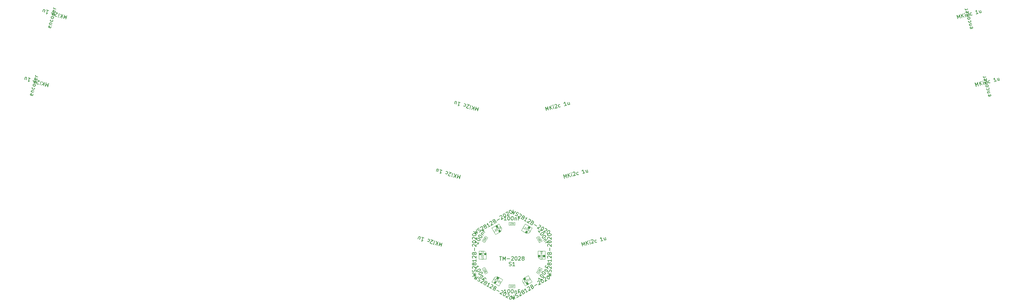
<source format=gbr>
%TF.GenerationSoftware,KiCad,Pcbnew,8.0.6*%
%TF.CreationDate,2024-12-13T19:23:41-05:00*%
%TF.ProjectId,10133,31303133-332e-46b6-9963-61645f706362,rev?*%
%TF.SameCoordinates,Original*%
%TF.FileFunction,AssemblyDrawing,Top*%
%FSLAX46Y46*%
G04 Gerber Fmt 4.6, Leading zero omitted, Abs format (unit mm)*
G04 Created by KiCad (PCBNEW 8.0.6) date 2024-12-13 19:23:41*
%MOMM*%
%LPD*%
G01*
G04 APERTURE LIST*
%ADD10C,0.150000*%
%ADD11C,0.060000*%
%ADD12C,0.075000*%
%ADD13C,0.100000*%
G04 APERTURE END LIST*
D10*
X-3380951Y-17851819D02*
X-2809523Y-17851819D01*
X-3095237Y-18851819D02*
X-3095237Y-17851819D01*
X-2476189Y-18851819D02*
X-2476189Y-17851819D01*
X-2476189Y-17851819D02*
X-2142856Y-18566104D01*
X-2142856Y-18566104D02*
X-1809523Y-17851819D01*
X-1809523Y-17851819D02*
X-1809523Y-18851819D01*
X-1333332Y-18470866D02*
X-571428Y-18470866D01*
X-142856Y-17947057D02*
X-95237Y-17899438D01*
X-95237Y-17899438D02*
X0Y-17851819D01*
X0Y-17851819D02*
X238095Y-17851819D01*
X238095Y-17851819D02*
X333333Y-17899438D01*
X333333Y-17899438D02*
X380952Y-17947057D01*
X380952Y-17947057D02*
X428571Y-18042295D01*
X428571Y-18042295D02*
X428571Y-18137533D01*
X428571Y-18137533D02*
X380952Y-18280390D01*
X380952Y-18280390D02*
X-190475Y-18851819D01*
X-190475Y-18851819D02*
X428571Y-18851819D01*
X1047619Y-17851819D02*
X1142857Y-17851819D01*
X1142857Y-17851819D02*
X1238095Y-17899438D01*
X1238095Y-17899438D02*
X1285714Y-17947057D01*
X1285714Y-17947057D02*
X1333333Y-18042295D01*
X1333333Y-18042295D02*
X1380952Y-18232771D01*
X1380952Y-18232771D02*
X1380952Y-18470866D01*
X1380952Y-18470866D02*
X1333333Y-18661342D01*
X1333333Y-18661342D02*
X1285714Y-18756580D01*
X1285714Y-18756580D02*
X1238095Y-18804200D01*
X1238095Y-18804200D02*
X1142857Y-18851819D01*
X1142857Y-18851819D02*
X1047619Y-18851819D01*
X1047619Y-18851819D02*
X952381Y-18804200D01*
X952381Y-18804200D02*
X904762Y-18756580D01*
X904762Y-18756580D02*
X857143Y-18661342D01*
X857143Y-18661342D02*
X809524Y-18470866D01*
X809524Y-18470866D02*
X809524Y-18232771D01*
X809524Y-18232771D02*
X857143Y-18042295D01*
X857143Y-18042295D02*
X904762Y-17947057D01*
X904762Y-17947057D02*
X952381Y-17899438D01*
X952381Y-17899438D02*
X1047619Y-17851819D01*
X1761905Y-17947057D02*
X1809524Y-17899438D01*
X1809524Y-17899438D02*
X1904762Y-17851819D01*
X1904762Y-17851819D02*
X2142857Y-17851819D01*
X2142857Y-17851819D02*
X2238095Y-17899438D01*
X2238095Y-17899438D02*
X2285714Y-17947057D01*
X2285714Y-17947057D02*
X2333333Y-18042295D01*
X2333333Y-18042295D02*
X2333333Y-18137533D01*
X2333333Y-18137533D02*
X2285714Y-18280390D01*
X2285714Y-18280390D02*
X1714286Y-18851819D01*
X1714286Y-18851819D02*
X2333333Y-18851819D01*
X2904762Y-18280390D02*
X2809524Y-18232771D01*
X2809524Y-18232771D02*
X2761905Y-18185152D01*
X2761905Y-18185152D02*
X2714286Y-18089914D01*
X2714286Y-18089914D02*
X2714286Y-18042295D01*
X2714286Y-18042295D02*
X2761905Y-17947057D01*
X2761905Y-17947057D02*
X2809524Y-17899438D01*
X2809524Y-17899438D02*
X2904762Y-17851819D01*
X2904762Y-17851819D02*
X3095238Y-17851819D01*
X3095238Y-17851819D02*
X3190476Y-17899438D01*
X3190476Y-17899438D02*
X3238095Y-17947057D01*
X3238095Y-17947057D02*
X3285714Y-18042295D01*
X3285714Y-18042295D02*
X3285714Y-18089914D01*
X3285714Y-18089914D02*
X3238095Y-18185152D01*
X3238095Y-18185152D02*
X3190476Y-18232771D01*
X3190476Y-18232771D02*
X3095238Y-18280390D01*
X3095238Y-18280390D02*
X2904762Y-18280390D01*
X2904762Y-18280390D02*
X2809524Y-18328009D01*
X2809524Y-18328009D02*
X2761905Y-18375628D01*
X2761905Y-18375628D02*
X2714286Y-18470866D01*
X2714286Y-18470866D02*
X2714286Y-18661342D01*
X2714286Y-18661342D02*
X2761905Y-18756580D01*
X2761905Y-18756580D02*
X2809524Y-18804200D01*
X2809524Y-18804200D02*
X2904762Y-18851819D01*
X2904762Y-18851819D02*
X3095238Y-18851819D01*
X3095238Y-18851819D02*
X3190476Y-18804200D01*
X3190476Y-18804200D02*
X3238095Y-18756580D01*
X3238095Y-18756580D02*
X3285714Y-18661342D01*
X3285714Y-18661342D02*
X3285714Y-18470866D01*
X3285714Y-18470866D02*
X3238095Y-18375628D01*
X3238095Y-18375628D02*
X3190476Y-18328009D01*
X3190476Y-18328009D02*
X3095238Y-18280390D01*
X-761905Y-20304200D02*
X-619048Y-20351819D01*
X-619048Y-20351819D02*
X-380953Y-20351819D01*
X-380953Y-20351819D02*
X-285715Y-20304200D01*
X-285715Y-20304200D02*
X-238096Y-20256580D01*
X-238096Y-20256580D02*
X-190477Y-20161342D01*
X-190477Y-20161342D02*
X-190477Y-20066104D01*
X-190477Y-20066104D02*
X-238096Y-19970866D01*
X-238096Y-19970866D02*
X-285715Y-19923247D01*
X-285715Y-19923247D02*
X-380953Y-19875628D01*
X-380953Y-19875628D02*
X-571429Y-19828009D01*
X-571429Y-19828009D02*
X-666667Y-19780390D01*
X-666667Y-19780390D02*
X-714286Y-19732771D01*
X-714286Y-19732771D02*
X-761905Y-19637533D01*
X-761905Y-19637533D02*
X-761905Y-19542295D01*
X-761905Y-19542295D02*
X-714286Y-19447057D01*
X-714286Y-19447057D02*
X-666667Y-19399438D01*
X-666667Y-19399438D02*
X-571429Y-19351819D01*
X-571429Y-19351819D02*
X-333334Y-19351819D01*
X-333334Y-19351819D02*
X-190477Y-19399438D01*
X761903Y-20351819D02*
X190475Y-20351819D01*
X476189Y-20351819D02*
X476189Y-19351819D01*
X476189Y-19351819D02*
X380951Y-19494676D01*
X380951Y-19494676D02*
X285713Y-19589914D01*
X285713Y-19589914D02*
X190475Y-19637533D01*
X9300359Y21836992D02*
X9041540Y22802918D01*
X9041540Y22802918D02*
X9548386Y22199244D01*
X9548386Y22199244D02*
X9685490Y22975464D01*
X9685490Y22975464D02*
X9944309Y22009538D01*
X10404274Y22132785D02*
X10145455Y23098711D01*
X10956231Y22280681D02*
X10394366Y22721717D01*
X10697412Y23246607D02*
X10293351Y22546753D01*
X11370199Y22391604D02*
X11197653Y23035554D01*
X11111380Y23357530D02*
X11077709Y23299209D01*
X11077709Y23299209D02*
X11136030Y23265537D01*
X11136030Y23265537D02*
X11169702Y23323858D01*
X11169702Y23323858D02*
X11111380Y23357530D01*
X11111380Y23357530D02*
X11136030Y23265537D01*
X11549998Y23376459D02*
X11583669Y23434780D01*
X11583669Y23434780D02*
X11663338Y23505426D01*
X11663338Y23505426D02*
X11893320Y23567050D01*
X11893320Y23567050D02*
X11997638Y23545703D01*
X11997638Y23545703D02*
X12055959Y23512031D01*
X12055959Y23512031D02*
X12126605Y23432363D01*
X12126605Y23432363D02*
X12151254Y23340370D01*
X12151254Y23340370D02*
X12142232Y23190056D01*
X12142232Y23190056D02*
X11738171Y22490202D01*
X11738171Y22490202D02*
X12336125Y22650423D01*
X13151737Y22918264D02*
X13072068Y22847618D01*
X13072068Y22847618D02*
X12888082Y22798319D01*
X12888082Y22798319D02*
X12783765Y22819667D01*
X12783765Y22819667D02*
X12725444Y22853338D01*
X12725444Y22853338D02*
X12654798Y22933006D01*
X12654798Y22933006D02*
X12580849Y23208985D01*
X12580849Y23208985D02*
X12602196Y23313303D01*
X12602196Y23313303D02*
X12635868Y23371624D01*
X12635868Y23371624D02*
X12715536Y23442270D01*
X12715536Y23442270D02*
X12899522Y23491569D01*
X12899522Y23491569D02*
X13003840Y23470222D01*
X14819935Y23315958D02*
X14267977Y23168061D01*
X14543956Y23242009D02*
X14285137Y24207935D01*
X14285137Y24207935D02*
X14230118Y24045296D01*
X14230118Y24045296D02*
X14162774Y23928654D01*
X14162774Y23928654D02*
X14083106Y23858008D01*
X15475325Y24181753D02*
X15647871Y23537803D01*
X15061357Y24070831D02*
X15196929Y23564870D01*
X15196929Y23564870D02*
X15267575Y23485201D01*
X15267575Y23485201D02*
X15371892Y23463854D01*
X15371892Y23463854D02*
X15509882Y23500828D01*
X15509882Y23500828D02*
X15589550Y23571474D01*
X15589550Y23571474D02*
X15623222Y23629796D01*
X-1547619Y-7921819D02*
X-2119047Y-7921819D01*
X-1833333Y-7921819D02*
X-1833333Y-6921819D01*
X-1833333Y-6921819D02*
X-1928571Y-7064676D01*
X-1928571Y-7064676D02*
X-2023809Y-7159914D01*
X-2023809Y-7159914D02*
X-2119047Y-7207533D01*
X-928571Y-6921819D02*
X-833333Y-6921819D01*
X-833333Y-6921819D02*
X-738095Y-6969438D01*
X-738095Y-6969438D02*
X-690476Y-7017057D01*
X-690476Y-7017057D02*
X-642857Y-7112295D01*
X-642857Y-7112295D02*
X-595238Y-7302771D01*
X-595238Y-7302771D02*
X-595238Y-7540866D01*
X-595238Y-7540866D02*
X-642857Y-7731342D01*
X-642857Y-7731342D02*
X-690476Y-7826580D01*
X-690476Y-7826580D02*
X-738095Y-7874200D01*
X-738095Y-7874200D02*
X-833333Y-7921819D01*
X-833333Y-7921819D02*
X-928571Y-7921819D01*
X-928571Y-7921819D02*
X-1023809Y-7874200D01*
X-1023809Y-7874200D02*
X-1071428Y-7826580D01*
X-1071428Y-7826580D02*
X-1119047Y-7731342D01*
X-1119047Y-7731342D02*
X-1166666Y-7540866D01*
X-1166666Y-7540866D02*
X-1166666Y-7302771D01*
X-1166666Y-7302771D02*
X-1119047Y-7112295D01*
X-1119047Y-7112295D02*
X-1071428Y-7017057D01*
X-1071428Y-7017057D02*
X-1023809Y-6969438D01*
X-1023809Y-6969438D02*
X-928571Y-6921819D01*
X23809Y-6921819D02*
X119047Y-6921819D01*
X119047Y-6921819D02*
X214285Y-6969438D01*
X214285Y-6969438D02*
X261904Y-7017057D01*
X261904Y-7017057D02*
X309523Y-7112295D01*
X309523Y-7112295D02*
X357142Y-7302771D01*
X357142Y-7302771D02*
X357142Y-7540866D01*
X357142Y-7540866D02*
X309523Y-7731342D01*
X309523Y-7731342D02*
X261904Y-7826580D01*
X261904Y-7826580D02*
X214285Y-7874200D01*
X214285Y-7874200D02*
X119047Y-7921819D01*
X119047Y-7921819D02*
X23809Y-7921819D01*
X23809Y-7921819D02*
X-71428Y-7874200D01*
X-71428Y-7874200D02*
X-119047Y-7826580D01*
X-119047Y-7826580D02*
X-166666Y-7731342D01*
X-166666Y-7731342D02*
X-214285Y-7540866D01*
X-214285Y-7540866D02*
X-214285Y-7302771D01*
X-214285Y-7302771D02*
X-166666Y-7112295D01*
X-166666Y-7112295D02*
X-119047Y-7017057D01*
X-119047Y-7017057D02*
X-71428Y-6969438D01*
X-71428Y-6969438D02*
X23809Y-6921819D01*
X785714Y-7255152D02*
X785714Y-7921819D01*
X785714Y-7350390D02*
X833333Y-7302771D01*
X833333Y-7302771D02*
X928571Y-7255152D01*
X928571Y-7255152D02*
X1071428Y-7255152D01*
X1071428Y-7255152D02*
X1166666Y-7302771D01*
X1166666Y-7302771D02*
X1214285Y-7398009D01*
X1214285Y-7398009D02*
X1214285Y-7921819D01*
X2023809Y-7398009D02*
X1690476Y-7398009D01*
X1690476Y-7921819D02*
X1690476Y-6921819D01*
X1690476Y-6921819D02*
X2166666Y-6921819D01*
D11*
X-257142Y-9040832D02*
X-276190Y-9059880D01*
X-276190Y-9059880D02*
X-333332Y-9078927D01*
X-333332Y-9078927D02*
X-371428Y-9078927D01*
X-371428Y-9078927D02*
X-428571Y-9059880D01*
X-428571Y-9059880D02*
X-466666Y-9021784D01*
X-466666Y-9021784D02*
X-485713Y-8983689D01*
X-485713Y-8983689D02*
X-504761Y-8907499D01*
X-504761Y-8907499D02*
X-504761Y-8850356D01*
X-504761Y-8850356D02*
X-485713Y-8774165D01*
X-485713Y-8774165D02*
X-466666Y-8736070D01*
X-466666Y-8736070D02*
X-428571Y-8697975D01*
X-428571Y-8697975D02*
X-371428Y-8678927D01*
X-371428Y-8678927D02*
X-333332Y-8678927D01*
X-333332Y-8678927D02*
X-276190Y-8697975D01*
X-276190Y-8697975D02*
X-257142Y-8717022D01*
X85714Y-8678927D02*
X9524Y-8678927D01*
X9524Y-8678927D02*
X-28571Y-8697975D01*
X-28571Y-8697975D02*
X-47618Y-8717022D01*
X-47618Y-8717022D02*
X-85713Y-8774165D01*
X-85713Y-8774165D02*
X-104761Y-8850356D01*
X-104761Y-8850356D02*
X-104761Y-9002737D01*
X-104761Y-9002737D02*
X-85713Y-9040832D01*
X-85713Y-9040832D02*
X-66666Y-9059880D01*
X-66666Y-9059880D02*
X-28571Y-9078927D01*
X-28571Y-9078927D02*
X47619Y-9078927D01*
X47619Y-9078927D02*
X85714Y-9059880D01*
X85714Y-9059880D02*
X104762Y-9040832D01*
X104762Y-9040832D02*
X123809Y-9002737D01*
X123809Y-9002737D02*
X123809Y-8907499D01*
X123809Y-8907499D02*
X104762Y-8869403D01*
X104762Y-8869403D02*
X85714Y-8850356D01*
X85714Y-8850356D02*
X47619Y-8831308D01*
X47619Y-8831308D02*
X-28571Y-8831308D01*
X-28571Y-8831308D02*
X-66666Y-8850356D01*
X-66666Y-8850356D02*
X-85713Y-8869403D01*
X-85713Y-8869403D02*
X-104761Y-8907499D01*
X466666Y-8812260D02*
X466666Y-9078927D01*
X371428Y-8659880D02*
X276190Y-8945594D01*
X276190Y-8945594D02*
X523809Y-8945594D01*
D10*
X-129928530Y26329174D02*
X-129907183Y26224857D01*
X-129907183Y26224857D02*
X-129956481Y26040871D01*
X-129956481Y26040871D02*
X-130027127Y25961203D01*
X-130027127Y25961203D02*
X-130131445Y25939856D01*
X-130131445Y25939856D02*
X-130499417Y26038453D01*
X-130499417Y26038453D02*
X-130579085Y26109099D01*
X-130579085Y26109099D02*
X-130600432Y26213417D01*
X-130600432Y26213417D02*
X-130551133Y26397403D01*
X-130551133Y26397403D02*
X-130480487Y26477071D01*
X-130480487Y26477071D02*
X-130376170Y26498418D01*
X-130376170Y26498418D02*
X-130284177Y26473769D01*
X-130284177Y26473769D02*
X-130315431Y25989154D01*
X-130403237Y26949361D02*
X-129759286Y26776815D01*
X-130311244Y26924711D02*
X-130344915Y26983032D01*
X-130344915Y26983032D02*
X-130366262Y27087350D01*
X-130366262Y27087350D02*
X-130329288Y27225339D01*
X-130329288Y27225339D02*
X-130258642Y27305008D01*
X-130258642Y27305008D02*
X-130154325Y27326355D01*
X-130154325Y27326355D02*
X-129648364Y27190783D01*
X-129460190Y28077040D02*
X-129438843Y27972723D01*
X-129438843Y27972723D02*
X-129488142Y27788737D01*
X-129488142Y27788737D02*
X-129558788Y27709069D01*
X-129558788Y27709069D02*
X-129617109Y27675397D01*
X-129617109Y27675397D02*
X-129721427Y27654050D01*
X-129721427Y27654050D02*
X-129997406Y27727998D01*
X-129997406Y27727998D02*
X-130077074Y27798644D01*
X-130077074Y27798644D02*
X-130110746Y27856965D01*
X-130110746Y27856965D02*
X-130132093Y27961283D01*
X-130132093Y27961283D02*
X-130082794Y28145269D01*
X-130082794Y28145269D02*
X-130012148Y28224937D01*
X-129266297Y28616673D02*
X-129336943Y28537005D01*
X-129336943Y28537005D02*
X-129395264Y28503333D01*
X-129395264Y28503333D02*
X-129499582Y28481986D01*
X-129499582Y28481986D02*
X-129775561Y28555935D01*
X-129775561Y28555935D02*
X-129855229Y28626581D01*
X-129855229Y28626581D02*
X-129888901Y28684902D01*
X-129888901Y28684902D02*
X-129910248Y28789219D01*
X-129910248Y28789219D02*
X-129873274Y28927209D01*
X-129873274Y28927209D02*
X-129802628Y29006877D01*
X-129802628Y29006877D02*
X-129744307Y29040549D01*
X-129744307Y29040549D02*
X-129639989Y29061896D01*
X-129639989Y29061896D02*
X-129364010Y28987948D01*
X-129364010Y28987948D02*
X-129284342Y28917302D01*
X-129284342Y28917302D02*
X-129250670Y28858981D01*
X-129250670Y28858981D02*
X-129229323Y28754663D01*
X-129229323Y28754663D02*
X-129266297Y28616673D01*
X-128958179Y29766585D02*
X-129924105Y30025404D01*
X-129004176Y29778910D02*
X-128982829Y29674592D01*
X-128982829Y29674592D02*
X-129032128Y29490606D01*
X-129032128Y29490606D02*
X-129102773Y29410938D01*
X-129102773Y29410938D02*
X-129161095Y29377266D01*
X-129161095Y29377266D02*
X-129265412Y29355919D01*
X-129265412Y29355919D02*
X-129541391Y29429868D01*
X-129541391Y29429868D02*
X-129621059Y29500514D01*
X-129621059Y29500514D02*
X-129654731Y29558835D01*
X-129654731Y29558835D02*
X-129676078Y29663152D01*
X-129676078Y29663152D02*
X-129626779Y29847138D01*
X-129626779Y29847138D02*
X-129556133Y29926807D01*
X-128782331Y30606846D02*
X-128760984Y30502529D01*
X-128760984Y30502529D02*
X-128810283Y30318543D01*
X-128810283Y30318543D02*
X-128880929Y30238875D01*
X-128880929Y30238875D02*
X-128985246Y30217528D01*
X-128985246Y30217528D02*
X-129353218Y30316125D01*
X-129353218Y30316125D02*
X-129432886Y30386771D01*
X-129432886Y30386771D02*
X-129454233Y30491089D01*
X-129454233Y30491089D02*
X-129404934Y30675075D01*
X-129404934Y30675075D02*
X-129334288Y30754743D01*
X-129334288Y30754743D02*
X-129229971Y30776090D01*
X-129229971Y30776090D02*
X-129137978Y30751441D01*
X-129137978Y30751441D02*
X-129169232Y30266827D01*
X-128613087Y31054487D02*
X-129257038Y31227033D01*
X-129073052Y31177734D02*
X-129152720Y31248380D01*
X-129152720Y31248380D02*
X-129186392Y31306701D01*
X-129186392Y31306701D02*
X-129207739Y31411018D01*
X-129207739Y31411018D02*
X-129183089Y31503011D01*
X320776Y-5107747D02*
X26972Y-6092820D01*
X26972Y-6092820D02*
X549072Y-5569468D01*
X549072Y-5569468D02*
X356886Y-6283296D01*
X356886Y-6283296D02*
X1063083Y-5536318D01*
X875568Y-6527771D02*
X975476Y-6640439D01*
X975476Y-6640439D02*
X1181672Y-6759486D01*
X1181672Y-6759486D02*
X1287961Y-6765866D01*
X1287961Y-6765866D02*
X1353009Y-6748436D01*
X1353009Y-6748436D02*
X1441868Y-6689767D01*
X1441868Y-6689767D02*
X1489487Y-6607288D01*
X1489487Y-6607288D02*
X1495867Y-6501000D01*
X1495867Y-6501000D02*
X1478437Y-6435951D01*
X1478437Y-6435951D02*
X1419768Y-6347093D01*
X1419768Y-6347093D02*
X1278620Y-6210616D01*
X1278620Y-6210616D02*
X1219951Y-6121757D01*
X1219951Y-6121757D02*
X1202521Y-6056709D01*
X1202521Y-6056709D02*
X1208901Y-5950420D01*
X1208901Y-5950420D02*
X1256520Y-5867942D01*
X1256520Y-5867942D02*
X1345378Y-5809273D01*
X1345378Y-5809273D02*
X1410427Y-5791843D01*
X1410427Y-5791843D02*
X1516715Y-5798223D01*
X1516715Y-5798223D02*
X1722912Y-5917270D01*
X1722912Y-5917270D02*
X1822820Y-6029938D01*
X2128925Y-6261654D02*
X2193974Y-6244224D01*
X2193974Y-6244224D02*
X2300262Y-6250604D01*
X2300262Y-6250604D02*
X2506459Y-6369651D01*
X2506459Y-6369651D02*
X2565128Y-6458510D01*
X2565128Y-6458510D02*
X2582557Y-6523558D01*
X2582557Y-6523558D02*
X2576178Y-6629847D01*
X2576178Y-6629847D02*
X2528559Y-6712325D01*
X2528559Y-6712325D02*
X2415891Y-6812234D01*
X2415891Y-6812234D02*
X1635305Y-7021391D01*
X1635305Y-7021391D02*
X2171416Y-7330915D01*
X2952002Y-7121757D02*
X2893333Y-7032899D01*
X2893333Y-7032899D02*
X2875903Y-6967850D01*
X2875903Y-6967850D02*
X2882283Y-6861562D01*
X2882283Y-6861562D02*
X2906092Y-6820323D01*
X2906092Y-6820323D02*
X2994951Y-6761654D01*
X2994951Y-6761654D02*
X3059999Y-6744224D01*
X3059999Y-6744224D02*
X3166288Y-6750604D01*
X3166288Y-6750604D02*
X3331245Y-6845842D01*
X3331245Y-6845842D02*
X3389914Y-6934700D01*
X3389914Y-6934700D02*
X3407344Y-6999749D01*
X3407344Y-6999749D02*
X3400964Y-7106037D01*
X3400964Y-7106037D02*
X3377154Y-7147276D01*
X3377154Y-7147276D02*
X3288296Y-7205945D01*
X3288296Y-7205945D02*
X3223247Y-7223375D01*
X3223247Y-7223375D02*
X3116959Y-7216995D01*
X3116959Y-7216995D02*
X2952002Y-7121757D01*
X2952002Y-7121757D02*
X2845714Y-7115378D01*
X2845714Y-7115378D02*
X2780665Y-7132807D01*
X2780665Y-7132807D02*
X2691807Y-7191477D01*
X2691807Y-7191477D02*
X2596568Y-7356434D01*
X2596568Y-7356434D02*
X2590189Y-7462722D01*
X2590189Y-7462722D02*
X2607618Y-7527771D01*
X2607618Y-7527771D02*
X2666288Y-7616629D01*
X2666288Y-7616629D02*
X2831245Y-7711867D01*
X2831245Y-7711867D02*
X2937533Y-7718247D01*
X2937533Y-7718247D02*
X3002582Y-7700817D01*
X3002582Y-7700817D02*
X3091440Y-7642148D01*
X3091440Y-7642148D02*
X3186678Y-7477191D01*
X3186678Y-7477191D02*
X3193058Y-7370903D01*
X3193058Y-7370903D02*
X3175628Y-7305854D01*
X3175628Y-7305854D02*
X3116959Y-7216995D01*
X3820988Y-8283296D02*
X3326116Y-7997581D01*
X3573552Y-8140439D02*
X4073552Y-7274413D01*
X4073552Y-7274413D02*
X3919645Y-7350512D01*
X3919645Y-7350512D02*
X3789547Y-7385372D01*
X3789547Y-7385372D02*
X3683259Y-7378992D01*
X4603284Y-7690225D02*
X4668332Y-7672795D01*
X4668332Y-7672795D02*
X4774621Y-7679175D01*
X4774621Y-7679175D02*
X4980817Y-7798223D01*
X4980817Y-7798223D02*
X5039486Y-7887081D01*
X5039486Y-7887081D02*
X5056916Y-7952130D01*
X5056916Y-7952130D02*
X5050536Y-8058418D01*
X5050536Y-8058418D02*
X5002917Y-8140897D01*
X5002917Y-8140897D02*
X4890249Y-8240805D01*
X4890249Y-8240805D02*
X4109663Y-8449962D01*
X4109663Y-8449962D02*
X4645774Y-8759486D01*
X5567508Y-8686806D02*
X5667416Y-8799474D01*
X5667416Y-8799474D02*
X5684846Y-8864523D01*
X5684846Y-8864523D02*
X5678466Y-8970811D01*
X5678466Y-8970811D02*
X5607038Y-9094529D01*
X5607038Y-9094529D02*
X5518179Y-9153198D01*
X5518179Y-9153198D02*
X5453131Y-9170628D01*
X5453131Y-9170628D02*
X5346842Y-9164248D01*
X5346842Y-9164248D02*
X5016928Y-8973772D01*
X5016928Y-8973772D02*
X5516928Y-8107747D01*
X5516928Y-8107747D02*
X5805603Y-8274413D01*
X5805603Y-8274413D02*
X5864272Y-8363272D01*
X5864272Y-8363272D02*
X5881702Y-8428320D01*
X5881702Y-8428320D02*
X5875322Y-8534609D01*
X5875322Y-8534609D02*
X5827703Y-8617087D01*
X5827703Y-8617087D02*
X5738845Y-8675756D01*
X5738845Y-8675756D02*
X5673796Y-8693186D01*
X5673796Y-8693186D02*
X5567508Y-8686806D01*
X5567508Y-8686806D02*
X5278833Y-8520140D01*
X6073430Y-9143858D02*
X6733259Y-9524810D01*
X7366317Y-9285463D02*
X7431366Y-9268033D01*
X7431366Y-9268033D02*
X7537654Y-9274413D01*
X7537654Y-9274413D02*
X7743850Y-9393461D01*
X7743850Y-9393461D02*
X7802519Y-9482319D01*
X7802519Y-9482319D02*
X7819949Y-9547368D01*
X7819949Y-9547368D02*
X7813569Y-9653656D01*
X7813569Y-9653656D02*
X7765950Y-9736135D01*
X7765950Y-9736135D02*
X7653282Y-9836043D01*
X7653282Y-9836043D02*
X6872697Y-10045200D01*
X6872697Y-10045200D02*
X7408808Y-10354724D01*
X8444919Y-9798223D02*
X8527397Y-9845842D01*
X8527397Y-9845842D02*
X8586066Y-9934700D01*
X8586066Y-9934700D02*
X8603496Y-9999749D01*
X8603496Y-9999749D02*
X8597116Y-10106037D01*
X8597116Y-10106037D02*
X8543117Y-10294804D01*
X8543117Y-10294804D02*
X8424070Y-10501000D01*
X8424070Y-10501000D02*
X8287592Y-10642148D01*
X8287592Y-10642148D02*
X8198734Y-10700817D01*
X8198734Y-10700817D02*
X8133685Y-10718247D01*
X8133685Y-10718247D02*
X8027397Y-10711867D01*
X8027397Y-10711867D02*
X7944919Y-10664248D01*
X7944919Y-10664248D02*
X7886249Y-10575390D01*
X7886249Y-10575390D02*
X7868820Y-10510341D01*
X7868820Y-10510341D02*
X7875199Y-10404053D01*
X7875199Y-10404053D02*
X7929198Y-10215286D01*
X7929198Y-10215286D02*
X8048246Y-10009089D01*
X8048246Y-10009089D02*
X8184723Y-9867942D01*
X8184723Y-9867942D02*
X8273582Y-9809273D01*
X8273582Y-9809273D02*
X8338630Y-9791843D01*
X8338630Y-9791843D02*
X8444919Y-9798223D01*
X9015889Y-10237844D02*
X9080938Y-10220414D01*
X9080938Y-10220414D02*
X9187226Y-10226794D01*
X9187226Y-10226794D02*
X9393423Y-10345842D01*
X9393423Y-10345842D02*
X9452092Y-10434700D01*
X9452092Y-10434700D02*
X9469521Y-10499749D01*
X9469521Y-10499749D02*
X9463142Y-10606037D01*
X9463142Y-10606037D02*
X9415523Y-10688516D01*
X9415523Y-10688516D02*
X9302855Y-10788424D01*
X9302855Y-10788424D02*
X8522269Y-10997581D01*
X8522269Y-10997581D02*
X9058380Y-11307105D01*
X10094491Y-10750604D02*
X10176969Y-10798223D01*
X10176969Y-10798223D02*
X10235639Y-10887081D01*
X10235639Y-10887081D02*
X10253068Y-10952130D01*
X10253068Y-10952130D02*
X10246689Y-11058418D01*
X10246689Y-11058418D02*
X10192690Y-11247185D01*
X10192690Y-11247185D02*
X10073642Y-11453381D01*
X10073642Y-11453381D02*
X9937165Y-11594529D01*
X9937165Y-11594529D02*
X9848306Y-11653198D01*
X9848306Y-11653198D02*
X9783258Y-11670628D01*
X9783258Y-11670628D02*
X9676969Y-11664248D01*
X9676969Y-11664248D02*
X9594491Y-11616629D01*
X9594491Y-11616629D02*
X9535822Y-11527771D01*
X9535822Y-11527771D02*
X9518392Y-11462722D01*
X9518392Y-11462722D02*
X9524772Y-11356434D01*
X9524772Y-11356434D02*
X9578770Y-11167667D01*
X9578770Y-11167667D02*
X9697818Y-10961470D01*
X9697818Y-10961470D02*
X9834295Y-10820323D01*
X9834295Y-10820323D02*
X9923154Y-10761654D01*
X9923154Y-10761654D02*
X9988203Y-10744224D01*
X9988203Y-10744224D02*
X10094491Y-10750604D01*
D12*
X3195537Y-10199943D02*
X2989341Y-10080895D01*
X2989341Y-10080895D02*
X3239341Y-9647883D01*
X3470827Y-10056460D02*
X3615165Y-10139793D01*
X3546071Y-10402324D02*
X3339875Y-10283276D01*
X3339875Y-10283276D02*
X3589875Y-9850264D01*
X3589875Y-9850264D02*
X3796071Y-9969311D01*
X3731648Y-10509467D02*
X3981648Y-10076454D01*
X3981648Y-10076454D02*
X4084747Y-10135978D01*
X4084747Y-10135978D02*
X4134701Y-10192312D01*
X4134701Y-10192312D02*
X4152130Y-10257361D01*
X4152130Y-10257361D02*
X4148941Y-10310505D01*
X4148941Y-10310505D02*
X4121941Y-10404888D01*
X4121941Y-10404888D02*
X4086227Y-10466747D01*
X4086227Y-10466747D02*
X4017988Y-10537321D01*
X4017988Y-10537321D02*
X3973559Y-10566655D01*
X3973559Y-10566655D02*
X3908510Y-10584085D01*
X3908510Y-10584085D02*
X3834747Y-10568991D01*
X3834747Y-10568991D02*
X3731648Y-10509467D01*
X4620857Y-10445502D02*
X4414661Y-10326454D01*
X4414661Y-10326454D02*
X4274994Y-10520746D01*
X4274994Y-10520746D02*
X4307518Y-10512031D01*
X4307518Y-10512031D02*
X4360662Y-10515221D01*
X4360662Y-10515221D02*
X4463760Y-10574745D01*
X4463760Y-10574745D02*
X4493095Y-10619174D01*
X4493095Y-10619174D02*
X4501810Y-10651698D01*
X4501810Y-10651698D02*
X4498620Y-10704842D01*
X4498620Y-10704842D02*
X4439096Y-10807941D01*
X4439096Y-10807941D02*
X4394667Y-10837275D01*
X4394667Y-10837275D02*
X4362143Y-10845990D01*
X4362143Y-10845990D02*
X4308999Y-10842800D01*
X4308999Y-10842800D02*
X4205900Y-10783276D01*
X4205900Y-10783276D02*
X4176566Y-10738847D01*
X4176566Y-10738847D02*
X4167851Y-10706323D01*
X4929297Y-10816029D02*
X4762630Y-11104705D01*
X4921437Y-10591548D02*
X4639767Y-10841319D01*
X4639767Y-10841319D02*
X4907823Y-10996081D01*
D10*
X-10745180Y-23230332D02*
X-9745180Y-22992237D01*
X-9745180Y-22992237D02*
X-10459466Y-22801761D01*
X-10459466Y-22801761D02*
X-9745180Y-22611285D01*
X-9745180Y-22611285D02*
X-10745180Y-22373190D01*
X-9792800Y-22039856D02*
X-9745180Y-21896999D01*
X-9745180Y-21896999D02*
X-9745180Y-21658904D01*
X-9745180Y-21658904D02*
X-9792800Y-21563666D01*
X-9792800Y-21563666D02*
X-9840419Y-21516047D01*
X-9840419Y-21516047D02*
X-9935657Y-21468428D01*
X-9935657Y-21468428D02*
X-10030895Y-21468428D01*
X-10030895Y-21468428D02*
X-10126133Y-21516047D01*
X-10126133Y-21516047D02*
X-10173752Y-21563666D01*
X-10173752Y-21563666D02*
X-10221371Y-21658904D01*
X-10221371Y-21658904D02*
X-10268990Y-21849380D01*
X-10268990Y-21849380D02*
X-10316609Y-21944618D01*
X-10316609Y-21944618D02*
X-10364228Y-21992237D01*
X-10364228Y-21992237D02*
X-10459466Y-22039856D01*
X-10459466Y-22039856D02*
X-10554704Y-22039856D01*
X-10554704Y-22039856D02*
X-10649942Y-21992237D01*
X-10649942Y-21992237D02*
X-10697561Y-21944618D01*
X-10697561Y-21944618D02*
X-10745180Y-21849380D01*
X-10745180Y-21849380D02*
X-10745180Y-21611285D01*
X-10745180Y-21611285D02*
X-10697561Y-21468428D01*
X-10649942Y-21087475D02*
X-10697561Y-21039856D01*
X-10697561Y-21039856D02*
X-10745180Y-20944618D01*
X-10745180Y-20944618D02*
X-10745180Y-20706523D01*
X-10745180Y-20706523D02*
X-10697561Y-20611285D01*
X-10697561Y-20611285D02*
X-10649942Y-20563666D01*
X-10649942Y-20563666D02*
X-10554704Y-20516047D01*
X-10554704Y-20516047D02*
X-10459466Y-20516047D01*
X-10459466Y-20516047D02*
X-10316609Y-20563666D01*
X-10316609Y-20563666D02*
X-9745180Y-21135094D01*
X-9745180Y-21135094D02*
X-9745180Y-20516047D01*
X-10316609Y-19944618D02*
X-10364228Y-20039856D01*
X-10364228Y-20039856D02*
X-10411847Y-20087475D01*
X-10411847Y-20087475D02*
X-10507085Y-20135094D01*
X-10507085Y-20135094D02*
X-10554704Y-20135094D01*
X-10554704Y-20135094D02*
X-10649942Y-20087475D01*
X-10649942Y-20087475D02*
X-10697561Y-20039856D01*
X-10697561Y-20039856D02*
X-10745180Y-19944618D01*
X-10745180Y-19944618D02*
X-10745180Y-19754142D01*
X-10745180Y-19754142D02*
X-10697561Y-19658904D01*
X-10697561Y-19658904D02*
X-10649942Y-19611285D01*
X-10649942Y-19611285D02*
X-10554704Y-19563666D01*
X-10554704Y-19563666D02*
X-10507085Y-19563666D01*
X-10507085Y-19563666D02*
X-10411847Y-19611285D01*
X-10411847Y-19611285D02*
X-10364228Y-19658904D01*
X-10364228Y-19658904D02*
X-10316609Y-19754142D01*
X-10316609Y-19754142D02*
X-10316609Y-19944618D01*
X-10316609Y-19944618D02*
X-10268990Y-20039856D01*
X-10268990Y-20039856D02*
X-10221371Y-20087475D01*
X-10221371Y-20087475D02*
X-10126133Y-20135094D01*
X-10126133Y-20135094D02*
X-9935657Y-20135094D01*
X-9935657Y-20135094D02*
X-9840419Y-20087475D01*
X-9840419Y-20087475D02*
X-9792800Y-20039856D01*
X-9792800Y-20039856D02*
X-9745180Y-19944618D01*
X-9745180Y-19944618D02*
X-9745180Y-19754142D01*
X-9745180Y-19754142D02*
X-9792800Y-19658904D01*
X-9792800Y-19658904D02*
X-9840419Y-19611285D01*
X-9840419Y-19611285D02*
X-9935657Y-19563666D01*
X-9935657Y-19563666D02*
X-10126133Y-19563666D01*
X-10126133Y-19563666D02*
X-10221371Y-19611285D01*
X-10221371Y-19611285D02*
X-10268990Y-19658904D01*
X-10268990Y-19658904D02*
X-10316609Y-19754142D01*
X-9745180Y-18611285D02*
X-9745180Y-19182713D01*
X-9745180Y-18896999D02*
X-10745180Y-18896999D01*
X-10745180Y-18896999D02*
X-10602323Y-18992237D01*
X-10602323Y-18992237D02*
X-10507085Y-19087475D01*
X-10507085Y-19087475D02*
X-10459466Y-19182713D01*
X-10649942Y-18230332D02*
X-10697561Y-18182713D01*
X-10697561Y-18182713D02*
X-10745180Y-18087475D01*
X-10745180Y-18087475D02*
X-10745180Y-17849380D01*
X-10745180Y-17849380D02*
X-10697561Y-17754142D01*
X-10697561Y-17754142D02*
X-10649942Y-17706523D01*
X-10649942Y-17706523D02*
X-10554704Y-17658904D01*
X-10554704Y-17658904D02*
X-10459466Y-17658904D01*
X-10459466Y-17658904D02*
X-10316609Y-17706523D01*
X-10316609Y-17706523D02*
X-9745180Y-18277951D01*
X-9745180Y-18277951D02*
X-9745180Y-17658904D01*
X-10268990Y-16896999D02*
X-10221371Y-16754142D01*
X-10221371Y-16754142D02*
X-10173752Y-16706523D01*
X-10173752Y-16706523D02*
X-10078514Y-16658904D01*
X-10078514Y-16658904D02*
X-9935657Y-16658904D01*
X-9935657Y-16658904D02*
X-9840419Y-16706523D01*
X-9840419Y-16706523D02*
X-9792800Y-16754142D01*
X-9792800Y-16754142D02*
X-9745180Y-16849380D01*
X-9745180Y-16849380D02*
X-9745180Y-17230332D01*
X-9745180Y-17230332D02*
X-10745180Y-17230332D01*
X-10745180Y-17230332D02*
X-10745180Y-16896999D01*
X-10745180Y-16896999D02*
X-10697561Y-16801761D01*
X-10697561Y-16801761D02*
X-10649942Y-16754142D01*
X-10649942Y-16754142D02*
X-10554704Y-16706523D01*
X-10554704Y-16706523D02*
X-10459466Y-16706523D01*
X-10459466Y-16706523D02*
X-10364228Y-16754142D01*
X-10364228Y-16754142D02*
X-10316609Y-16801761D01*
X-10316609Y-16801761D02*
X-10268990Y-16896999D01*
X-10268990Y-16896999D02*
X-10268990Y-17230332D01*
X-10126133Y-16230332D02*
X-10126133Y-15468428D01*
X-10649942Y-15039856D02*
X-10697561Y-14992237D01*
X-10697561Y-14992237D02*
X-10745180Y-14896999D01*
X-10745180Y-14896999D02*
X-10745180Y-14658904D01*
X-10745180Y-14658904D02*
X-10697561Y-14563666D01*
X-10697561Y-14563666D02*
X-10649942Y-14516047D01*
X-10649942Y-14516047D02*
X-10554704Y-14468428D01*
X-10554704Y-14468428D02*
X-10459466Y-14468428D01*
X-10459466Y-14468428D02*
X-10316609Y-14516047D01*
X-10316609Y-14516047D02*
X-9745180Y-15087475D01*
X-9745180Y-15087475D02*
X-9745180Y-14468428D01*
X-10745180Y-13849380D02*
X-10745180Y-13754142D01*
X-10745180Y-13754142D02*
X-10697561Y-13658904D01*
X-10697561Y-13658904D02*
X-10649942Y-13611285D01*
X-10649942Y-13611285D02*
X-10554704Y-13563666D01*
X-10554704Y-13563666D02*
X-10364228Y-13516047D01*
X-10364228Y-13516047D02*
X-10126133Y-13516047D01*
X-10126133Y-13516047D02*
X-9935657Y-13563666D01*
X-9935657Y-13563666D02*
X-9840419Y-13611285D01*
X-9840419Y-13611285D02*
X-9792800Y-13658904D01*
X-9792800Y-13658904D02*
X-9745180Y-13754142D01*
X-9745180Y-13754142D02*
X-9745180Y-13849380D01*
X-9745180Y-13849380D02*
X-9792800Y-13944618D01*
X-9792800Y-13944618D02*
X-9840419Y-13992237D01*
X-9840419Y-13992237D02*
X-9935657Y-14039856D01*
X-9935657Y-14039856D02*
X-10126133Y-14087475D01*
X-10126133Y-14087475D02*
X-10364228Y-14087475D01*
X-10364228Y-14087475D02*
X-10554704Y-14039856D01*
X-10554704Y-14039856D02*
X-10649942Y-13992237D01*
X-10649942Y-13992237D02*
X-10697561Y-13944618D01*
X-10697561Y-13944618D02*
X-10745180Y-13849380D01*
X-10649942Y-13135094D02*
X-10697561Y-13087475D01*
X-10697561Y-13087475D02*
X-10745180Y-12992237D01*
X-10745180Y-12992237D02*
X-10745180Y-12754142D01*
X-10745180Y-12754142D02*
X-10697561Y-12658904D01*
X-10697561Y-12658904D02*
X-10649942Y-12611285D01*
X-10649942Y-12611285D02*
X-10554704Y-12563666D01*
X-10554704Y-12563666D02*
X-10459466Y-12563666D01*
X-10459466Y-12563666D02*
X-10316609Y-12611285D01*
X-10316609Y-12611285D02*
X-9745180Y-13182713D01*
X-9745180Y-13182713D02*
X-9745180Y-12563666D01*
X-10745180Y-11944618D02*
X-10745180Y-11849380D01*
X-10745180Y-11849380D02*
X-10697561Y-11754142D01*
X-10697561Y-11754142D02*
X-10649942Y-11706523D01*
X-10649942Y-11706523D02*
X-10554704Y-11658904D01*
X-10554704Y-11658904D02*
X-10364228Y-11611285D01*
X-10364228Y-11611285D02*
X-10126133Y-11611285D01*
X-10126133Y-11611285D02*
X-9935657Y-11658904D01*
X-9935657Y-11658904D02*
X-9840419Y-11706523D01*
X-9840419Y-11706523D02*
X-9792800Y-11754142D01*
X-9792800Y-11754142D02*
X-9745180Y-11849380D01*
X-9745180Y-11849380D02*
X-9745180Y-11944618D01*
X-9745180Y-11944618D02*
X-9792800Y-12039856D01*
X-9792800Y-12039856D02*
X-9840419Y-12087475D01*
X-9840419Y-12087475D02*
X-9935657Y-12135094D01*
X-9935657Y-12135094D02*
X-10126133Y-12182713D01*
X-10126133Y-12182713D02*
X-10364228Y-12182713D01*
X-10364228Y-12182713D02*
X-10554704Y-12135094D01*
X-10554704Y-12135094D02*
X-10649942Y-12087475D01*
X-10649942Y-12087475D02*
X-10697561Y-12039856D01*
X-10697561Y-12039856D02*
X-10745180Y-11944618D01*
D12*
X-7772590Y-18194618D02*
X-7772590Y-18432713D01*
X-7772590Y-18432713D02*
X-8272590Y-18432713D01*
X-8034495Y-18027951D02*
X-8034495Y-17861284D01*
X-7772590Y-17789856D02*
X-7772590Y-18027951D01*
X-7772590Y-18027951D02*
X-8272590Y-18027951D01*
X-8272590Y-18027951D02*
X-8272590Y-17789856D01*
X-7772590Y-17575570D02*
X-8272590Y-17575570D01*
X-8272590Y-17575570D02*
X-8272590Y-17456522D01*
X-8272590Y-17456522D02*
X-8248780Y-17385094D01*
X-8248780Y-17385094D02*
X-8201161Y-17337475D01*
X-8201161Y-17337475D02*
X-8153542Y-17313665D01*
X-8153542Y-17313665D02*
X-8058304Y-17289856D01*
X-8058304Y-17289856D02*
X-7986876Y-17289856D01*
X-7986876Y-17289856D02*
X-7891638Y-17313665D01*
X-7891638Y-17313665D02*
X-7844019Y-17337475D01*
X-7844019Y-17337475D02*
X-7796400Y-17385094D01*
X-7796400Y-17385094D02*
X-7772590Y-17456522D01*
X-7772590Y-17456522D02*
X-7772590Y-17575570D01*
X-8272590Y-16837475D02*
X-8272590Y-17075570D01*
X-8272590Y-17075570D02*
X-8034495Y-17099379D01*
X-8034495Y-17099379D02*
X-8058304Y-17075570D01*
X-8058304Y-17075570D02*
X-8082114Y-17027951D01*
X-8082114Y-17027951D02*
X-8082114Y-16908903D01*
X-8082114Y-16908903D02*
X-8058304Y-16861284D01*
X-8058304Y-16861284D02*
X-8034495Y-16837475D01*
X-8034495Y-16837475D02*
X-7986876Y-16813665D01*
X-7986876Y-16813665D02*
X-7867828Y-16813665D01*
X-7867828Y-16813665D02*
X-7820209Y-16837475D01*
X-7820209Y-16837475D02*
X-7796400Y-16861284D01*
X-7796400Y-16861284D02*
X-7772590Y-16908903D01*
X-7772590Y-16908903D02*
X-7772590Y-17027951D01*
X-7772590Y-17027951D02*
X-7796400Y-17075570D01*
X-7796400Y-17075570D02*
X-7820209Y-17099379D01*
X-8224971Y-16623189D02*
X-8248780Y-16599380D01*
X-8248780Y-16599380D02*
X-8272590Y-16551761D01*
X-8272590Y-16551761D02*
X-8272590Y-16432713D01*
X-8272590Y-16432713D02*
X-8248780Y-16385094D01*
X-8248780Y-16385094D02*
X-8224971Y-16361285D01*
X-8224971Y-16361285D02*
X-8177352Y-16337475D01*
X-8177352Y-16337475D02*
X-8129733Y-16337475D01*
X-8129733Y-16337475D02*
X-8058304Y-16361285D01*
X-8058304Y-16361285D02*
X-7772590Y-16646999D01*
X-7772590Y-16646999D02*
X-7772590Y-16337475D01*
D10*
X125869103Y28418916D02*
X125610284Y29384842D01*
X125610284Y29384842D02*
X126117130Y28781168D01*
X126117130Y28781168D02*
X126254234Y29557388D01*
X126254234Y29557388D02*
X126513053Y28591462D01*
X126973018Y28714709D02*
X126714199Y29680635D01*
X127524975Y28862605D02*
X126963110Y29303641D01*
X127266156Y29828531D02*
X126862095Y29128677D01*
X127938943Y28973528D02*
X127766397Y29617478D01*
X127680124Y29939454D02*
X127646453Y29881133D01*
X127646453Y29881133D02*
X127704774Y29847461D01*
X127704774Y29847461D02*
X127738446Y29905782D01*
X127738446Y29905782D02*
X127680124Y29939454D01*
X127680124Y29939454D02*
X127704774Y29847461D01*
X128118742Y29958383D02*
X128152413Y30016704D01*
X128152413Y30016704D02*
X128232082Y30087350D01*
X128232082Y30087350D02*
X128462064Y30148974D01*
X128462064Y30148974D02*
X128566382Y30127627D01*
X128566382Y30127627D02*
X128624703Y30093955D01*
X128624703Y30093955D02*
X128695349Y30014287D01*
X128695349Y30014287D02*
X128719998Y29922294D01*
X128719998Y29922294D02*
X128710976Y29771980D01*
X128710976Y29771980D02*
X128306915Y29072126D01*
X128306915Y29072126D02*
X128904869Y29232347D01*
X129720481Y29500188D02*
X129640812Y29429542D01*
X129640812Y29429542D02*
X129456826Y29380243D01*
X129456826Y29380243D02*
X129352509Y29401591D01*
X129352509Y29401591D02*
X129294188Y29435262D01*
X129294188Y29435262D02*
X129223542Y29514930D01*
X129223542Y29514930D02*
X129149593Y29790909D01*
X129149593Y29790909D02*
X129170940Y29895227D01*
X129170940Y29895227D02*
X129204612Y29953548D01*
X129204612Y29953548D02*
X129284280Y30024194D01*
X129284280Y30024194D02*
X129468266Y30073493D01*
X129468266Y30073493D02*
X129572584Y30052146D01*
X131388679Y29897882D02*
X130836721Y29749985D01*
X131112700Y29823933D02*
X130853881Y30789859D01*
X130853881Y30789859D02*
X130798862Y30627220D01*
X130798862Y30627220D02*
X130731518Y30510578D01*
X130731518Y30510578D02*
X130651850Y30439932D01*
X132044069Y30763677D02*
X132216615Y30119727D01*
X131630101Y30652755D02*
X131765673Y30146794D01*
X131765673Y30146794D02*
X131836319Y30067125D01*
X131836319Y30067125D02*
X131940636Y30045778D01*
X131940636Y30045778D02*
X132078626Y30082752D01*
X132078626Y30082752D02*
X132158294Y30153398D01*
X132158294Y30153398D02*
X132191966Y30211720D01*
X-8979556Y-13999686D02*
X-9265271Y-14494557D01*
X-9122413Y-14247121D02*
X-9988439Y-13747121D01*
X-9988439Y-13747121D02*
X-9912340Y-13901029D01*
X-9912340Y-13901029D02*
X-9877480Y-14031126D01*
X-9877480Y-14031126D02*
X-9883860Y-14137414D01*
X-9536058Y-12963575D02*
X-9488439Y-12881096D01*
X-9488439Y-12881096D02*
X-9399580Y-12822427D01*
X-9399580Y-12822427D02*
X-9334532Y-12804997D01*
X-9334532Y-12804997D02*
X-9228243Y-12811377D01*
X-9228243Y-12811377D02*
X-9039477Y-12865376D01*
X-9039477Y-12865376D02*
X-8833280Y-12984423D01*
X-8833280Y-12984423D02*
X-8692133Y-13120901D01*
X-8692133Y-13120901D02*
X-8633463Y-13209759D01*
X-8633463Y-13209759D02*
X-8616034Y-13274808D01*
X-8616034Y-13274808D02*
X-8622413Y-13381096D01*
X-8622413Y-13381096D02*
X-8670032Y-13463575D01*
X-8670032Y-13463575D02*
X-8758891Y-13522244D01*
X-8758891Y-13522244D02*
X-8823940Y-13539673D01*
X-8823940Y-13539673D02*
X-8930228Y-13533294D01*
X-8930228Y-13533294D02*
X-9118994Y-13479295D01*
X-9118994Y-13479295D02*
X-9325191Y-13360247D01*
X-9325191Y-13360247D02*
X-9466339Y-13223770D01*
X-9466339Y-13223770D02*
X-9525008Y-13134912D01*
X-9525008Y-13134912D02*
X-9542438Y-13069863D01*
X-9542438Y-13069863D02*
X-9536058Y-12963575D01*
X-9059867Y-12138788D02*
X-9012248Y-12056310D01*
X-9012248Y-12056310D02*
X-8923390Y-11997641D01*
X-8923390Y-11997641D02*
X-8858341Y-11980211D01*
X-8858341Y-11980211D02*
X-8752053Y-11986591D01*
X-8752053Y-11986591D02*
X-8563286Y-12040590D01*
X-8563286Y-12040590D02*
X-8357090Y-12159637D01*
X-8357090Y-12159637D02*
X-8215942Y-12296115D01*
X-8215942Y-12296115D02*
X-8157273Y-12384973D01*
X-8157273Y-12384973D02*
X-8139843Y-12450022D01*
X-8139843Y-12450022D02*
X-8146223Y-12556310D01*
X-8146223Y-12556310D02*
X-8193842Y-12638788D01*
X-8193842Y-12638788D02*
X-8282700Y-12697458D01*
X-8282700Y-12697458D02*
X-8347749Y-12714887D01*
X-8347749Y-12714887D02*
X-8454037Y-12708508D01*
X-8454037Y-12708508D02*
X-8642804Y-12654509D01*
X-8642804Y-12654509D02*
X-8849001Y-12535461D01*
X-8849001Y-12535461D02*
X-8990148Y-12398984D01*
X-8990148Y-12398984D02*
X-9048817Y-12310125D01*
X-9048817Y-12310125D02*
X-9066247Y-12245077D01*
X-9066247Y-12245077D02*
X-9059867Y-12138788D01*
X-8390240Y-11645626D02*
X-7812890Y-11978960D01*
X-8307761Y-11693245D02*
X-8325191Y-11628196D01*
X-8325191Y-11628196D02*
X-8318811Y-11521908D01*
X-8318811Y-11521908D02*
X-8247383Y-11398190D01*
X-8247383Y-11398190D02*
X-8158524Y-11339521D01*
X-8158524Y-11339521D02*
X-8052236Y-11345901D01*
X-8052236Y-11345901D02*
X-7598604Y-11607806D01*
X-7647474Y-10644833D02*
X-7814141Y-10933508D01*
X-7360509Y-11195413D02*
X-8226534Y-10695413D01*
X-8226534Y-10695413D02*
X-7988439Y-10283020D01*
D11*
X-7365223Y-13441608D02*
X-7358251Y-13467627D01*
X-7358251Y-13467627D02*
X-7370327Y-13526638D01*
X-7370327Y-13526638D02*
X-7389375Y-13559630D01*
X-7389375Y-13559630D02*
X-7434442Y-13599593D01*
X-7434442Y-13599593D02*
X-7486481Y-13613537D01*
X-7486481Y-13613537D02*
X-7528996Y-13610985D01*
X-7528996Y-13610985D02*
X-7604503Y-13589385D01*
X-7604503Y-13589385D02*
X-7653990Y-13560814D01*
X-7653990Y-13560814D02*
X-7710449Y-13506223D01*
X-7710449Y-13506223D02*
X-7733917Y-13470680D01*
X-7733917Y-13470680D02*
X-7747861Y-13418641D01*
X-7747861Y-13418641D02*
X-7735785Y-13359630D01*
X-7735785Y-13359630D02*
X-7716737Y-13326638D01*
X-7716737Y-13326638D02*
X-7671670Y-13286675D01*
X-7671670Y-13286675D02*
X-7645651Y-13279703D01*
X-7507213Y-12963732D02*
X-7545309Y-13029715D01*
X-7545309Y-13029715D02*
X-7547861Y-13072230D01*
X-7547861Y-13072230D02*
X-7540889Y-13098250D01*
X-7540889Y-13098250D02*
X-7510449Y-13159813D01*
X-7510449Y-13159813D02*
X-7453990Y-13214404D01*
X-7453990Y-13214404D02*
X-7322024Y-13290594D01*
X-7322024Y-13290594D02*
X-7279509Y-13293146D01*
X-7279509Y-13293146D02*
X-7253489Y-13286174D01*
X-7253489Y-13286174D02*
X-7217946Y-13262707D01*
X-7217946Y-13262707D02*
X-7179851Y-13196724D01*
X-7179851Y-13196724D02*
X-7177299Y-13154208D01*
X-7177299Y-13154208D02*
X-7184271Y-13128189D01*
X-7184271Y-13128189D02*
X-7207738Y-13092646D01*
X-7207738Y-13092646D02*
X-7290217Y-13045027D01*
X-7290217Y-13045027D02*
X-7332732Y-13042475D01*
X-7332732Y-13042475D02*
X-7358752Y-13049447D01*
X-7358752Y-13049447D02*
X-7394295Y-13072914D01*
X-7394295Y-13072914D02*
X-7432390Y-13138897D01*
X-7432390Y-13138897D02*
X-7434942Y-13181412D01*
X-7434942Y-13181412D02*
X-7427970Y-13207432D01*
X-7427970Y-13207432D02*
X-7404503Y-13242975D01*
X-7046518Y-12965784D02*
X-7008422Y-12899801D01*
X-7008422Y-12899801D02*
X-7005871Y-12857286D01*
X-7005871Y-12857286D02*
X-7012842Y-12831266D01*
X-7012842Y-12831266D02*
X-7043282Y-12769703D01*
X-7043282Y-12769703D02*
X-7099741Y-12715112D01*
X-7099741Y-12715112D02*
X-7231707Y-12638922D01*
X-7231707Y-12638922D02*
X-7274222Y-12636370D01*
X-7274222Y-12636370D02*
X-7300242Y-12643342D01*
X-7300242Y-12643342D02*
X-7335785Y-12666810D01*
X-7335785Y-12666810D02*
X-7373880Y-12732792D01*
X-7373880Y-12732792D02*
X-7376432Y-12775308D01*
X-7376432Y-12775308D02*
X-7369460Y-12801327D01*
X-7369460Y-12801327D02*
X-7345993Y-12836871D01*
X-7345993Y-12836871D02*
X-7263514Y-12884490D01*
X-7263514Y-12884490D02*
X-7220999Y-12887042D01*
X-7220999Y-12887042D02*
X-7194979Y-12880070D01*
X-7194979Y-12880070D02*
X-7159436Y-12856602D01*
X-7159436Y-12856602D02*
X-7121341Y-12790619D01*
X-7121341Y-12790619D02*
X-7118789Y-12748104D01*
X-7118789Y-12748104D02*
X-7125761Y-12722084D01*
X-7125761Y-12722084D02*
X-7149228Y-12686541D01*
D10*
X14230873Y3436058D02*
X13972054Y4401984D01*
X13972054Y4401984D02*
X14478900Y3798310D01*
X14478900Y3798310D02*
X14616004Y4574530D01*
X14616004Y4574530D02*
X14874823Y3608604D01*
X15334788Y3731851D02*
X15075969Y4697777D01*
X15886745Y3879747D02*
X15324880Y4320783D01*
X15627926Y4845673D02*
X15223865Y4145819D01*
X16300713Y3990670D02*
X16128167Y4634620D01*
X16041894Y4956596D02*
X16008223Y4898275D01*
X16008223Y4898275D02*
X16066544Y4864603D01*
X16066544Y4864603D02*
X16100216Y4922924D01*
X16100216Y4922924D02*
X16041894Y4956596D01*
X16041894Y4956596D02*
X16066544Y4864603D01*
X16480512Y4975525D02*
X16514183Y5033846D01*
X16514183Y5033846D02*
X16593852Y5104492D01*
X16593852Y5104492D02*
X16823834Y5166116D01*
X16823834Y5166116D02*
X16928152Y5144769D01*
X16928152Y5144769D02*
X16986473Y5111097D01*
X16986473Y5111097D02*
X17057119Y5031429D01*
X17057119Y5031429D02*
X17081768Y4939436D01*
X17081768Y4939436D02*
X17072746Y4789122D01*
X17072746Y4789122D02*
X16668685Y4089268D01*
X16668685Y4089268D02*
X17266639Y4249489D01*
X18082251Y4517330D02*
X18002582Y4446684D01*
X18002582Y4446684D02*
X17818596Y4397385D01*
X17818596Y4397385D02*
X17714279Y4418733D01*
X17714279Y4418733D02*
X17655958Y4452404D01*
X17655958Y4452404D02*
X17585312Y4532072D01*
X17585312Y4532072D02*
X17511363Y4808051D01*
X17511363Y4808051D02*
X17532710Y4912369D01*
X17532710Y4912369D02*
X17566382Y4970690D01*
X17566382Y4970690D02*
X17646050Y5041336D01*
X17646050Y5041336D02*
X17830036Y5090635D01*
X17830036Y5090635D02*
X17934354Y5069288D01*
X19750449Y4915024D02*
X19198491Y4767127D01*
X19474470Y4841075D02*
X19215651Y5807001D01*
X19215651Y5807001D02*
X19160632Y5644362D01*
X19160632Y5644362D02*
X19093288Y5527720D01*
X19093288Y5527720D02*
X19013620Y5457074D01*
X20405839Y5780819D02*
X20578385Y5136869D01*
X19991871Y5669897D02*
X20127443Y5163936D01*
X20127443Y5163936D02*
X20198089Y5084267D01*
X20198089Y5084267D02*
X20302406Y5062920D01*
X20302406Y5062920D02*
X20440396Y5099894D01*
X20440396Y5099894D02*
X20520064Y5170540D01*
X20520064Y5170540D02*
X20553736Y5228862D01*
X-10424404Y-10941079D02*
X-9718208Y-11688057D01*
X-9718208Y-11688057D02*
X-9910394Y-10974229D01*
X-9910394Y-10974229D02*
X-9388293Y-11497581D01*
X-9388293Y-11497581D02*
X-9682097Y-10512508D01*
X-8917231Y-11170627D02*
X-8769704Y-11140438D01*
X-8769704Y-11140438D02*
X-8563507Y-11021391D01*
X-8563507Y-11021391D02*
X-8504838Y-10932532D01*
X-8504838Y-10932532D02*
X-8487409Y-10867483D01*
X-8487409Y-10867483D02*
X-8493788Y-10761195D01*
X-8493788Y-10761195D02*
X-8541407Y-10678717D01*
X-8541407Y-10678717D02*
X-8630266Y-10620048D01*
X-8630266Y-10620048D02*
X-8695315Y-10602618D01*
X-8695315Y-10602618D02*
X-8801603Y-10608998D01*
X-8801603Y-10608998D02*
X-8990369Y-10662996D01*
X-8990369Y-10662996D02*
X-9096658Y-10669376D01*
X-9096658Y-10669376D02*
X-9161706Y-10651946D01*
X-9161706Y-10651946D02*
X-9250565Y-10593277D01*
X-9250565Y-10593277D02*
X-9298184Y-10510799D01*
X-9298184Y-10510799D02*
X-9304564Y-10404510D01*
X-9304564Y-10404510D02*
X-9287134Y-10339462D01*
X-9287134Y-10339462D02*
X-9228465Y-10250603D01*
X-9228465Y-10250603D02*
X-9022268Y-10131556D01*
X-9022268Y-10131556D02*
X-8874741Y-10101366D01*
X-8521017Y-9952129D02*
X-8503587Y-9887081D01*
X-8503587Y-9887081D02*
X-8444918Y-9798222D01*
X-8444918Y-9798222D02*
X-8238721Y-9679175D01*
X-8238721Y-9679175D02*
X-8132433Y-9672795D01*
X-8132433Y-9672795D02*
X-8067384Y-9690225D01*
X-8067384Y-9690225D02*
X-7978526Y-9748894D01*
X-7978526Y-9748894D02*
X-7930907Y-9831372D01*
X-7930907Y-9831372D02*
X-7900718Y-9978900D01*
X-7900718Y-9978900D02*
X-8109875Y-10759486D01*
X-8109875Y-10759486D02*
X-7573764Y-10449962D01*
X-7364607Y-9669376D02*
X-7470895Y-9675756D01*
X-7470895Y-9675756D02*
X-7535944Y-9658326D01*
X-7535944Y-9658326D02*
X-7624802Y-9599657D01*
X-7624802Y-9599657D02*
X-7648612Y-9558418D01*
X-7648612Y-9558418D02*
X-7654991Y-9452129D01*
X-7654991Y-9452129D02*
X-7637562Y-9387081D01*
X-7637562Y-9387081D02*
X-7578892Y-9298222D01*
X-7578892Y-9298222D02*
X-7413935Y-9202984D01*
X-7413935Y-9202984D02*
X-7307647Y-9196604D01*
X-7307647Y-9196604D02*
X-7242598Y-9214034D01*
X-7242598Y-9214034D02*
X-7153740Y-9272703D01*
X-7153740Y-9272703D02*
X-7129930Y-9313943D01*
X-7129930Y-9313943D02*
X-7123551Y-9420231D01*
X-7123551Y-9420231D02*
X-7140980Y-9485280D01*
X-7140980Y-9485280D02*
X-7199649Y-9574138D01*
X-7199649Y-9574138D02*
X-7364607Y-9669376D01*
X-7364607Y-9669376D02*
X-7423276Y-9758234D01*
X-7423276Y-9758234D02*
X-7440706Y-9823283D01*
X-7440706Y-9823283D02*
X-7434326Y-9929571D01*
X-7434326Y-9929571D02*
X-7339088Y-10094529D01*
X-7339088Y-10094529D02*
X-7250229Y-10153198D01*
X-7250229Y-10153198D02*
X-7185181Y-10170627D01*
X-7185181Y-10170627D02*
X-7078892Y-10164248D01*
X-7078892Y-10164248D02*
X-6913935Y-10069010D01*
X-6913935Y-10069010D02*
X-6855266Y-9980151D01*
X-6855266Y-9980151D02*
X-6837836Y-9915102D01*
X-6837836Y-9915102D02*
X-6844216Y-9808814D01*
X-6844216Y-9808814D02*
X-6939454Y-9643857D01*
X-6939454Y-9643857D02*
X-7028313Y-9585188D01*
X-7028313Y-9585188D02*
X-7093361Y-9567758D01*
X-7093361Y-9567758D02*
X-7199649Y-9574138D01*
X-5924192Y-9497581D02*
X-6419063Y-9783295D01*
X-6171628Y-9640438D02*
X-6671628Y-8774413D01*
X-6671628Y-8774413D02*
X-6682678Y-8945750D01*
X-6682678Y-8945750D02*
X-6717537Y-9075847D01*
X-6717537Y-9075847D02*
X-6776206Y-9164706D01*
X-6046658Y-8523558D02*
X-6029229Y-8458509D01*
X-6029229Y-8458509D02*
X-5970559Y-8369651D01*
X-5970559Y-8369651D02*
X-5764363Y-8250603D01*
X-5764363Y-8250603D02*
X-5658075Y-8244223D01*
X-5658075Y-8244223D02*
X-5593026Y-8261653D01*
X-5593026Y-8261653D02*
X-5504168Y-8320322D01*
X-5504168Y-8320322D02*
X-5456549Y-8402801D01*
X-5456549Y-8402801D02*
X-5426359Y-8550328D01*
X-5426359Y-8550328D02*
X-5635517Y-9330914D01*
X-5635517Y-9330914D02*
X-5099406Y-9021390D01*
X-4701482Y-8186806D02*
X-4553954Y-8156616D01*
X-4553954Y-8156616D02*
X-4488905Y-8174046D01*
X-4488905Y-8174046D02*
X-4400047Y-8232715D01*
X-4400047Y-8232715D02*
X-4328618Y-8356433D01*
X-4328618Y-8356433D02*
X-4322239Y-8462721D01*
X-4322239Y-8462721D02*
X-4339668Y-8527770D01*
X-4339668Y-8527770D02*
X-4398337Y-8616629D01*
X-4398337Y-8616629D02*
X-4728252Y-8807105D01*
X-4728252Y-8807105D02*
X-5228252Y-7941079D01*
X-5228252Y-7941079D02*
X-4939577Y-7774413D01*
X-4939577Y-7774413D02*
X-4833289Y-7768033D01*
X-4833289Y-7768033D02*
X-4768240Y-7785463D01*
X-4768240Y-7785463D02*
X-4679381Y-7844132D01*
X-4679381Y-7844132D02*
X-4631762Y-7926610D01*
X-4631762Y-7926610D02*
X-4625383Y-8032899D01*
X-4625383Y-8032899D02*
X-4642812Y-8097947D01*
X-4642812Y-8097947D02*
X-4701482Y-8186806D01*
X-4701482Y-8186806D02*
X-4990157Y-8353472D01*
X-4052703Y-7977190D02*
X-3392874Y-7596238D01*
X-3283625Y-6928320D02*
X-3266195Y-6863271D01*
X-3266195Y-6863271D02*
X-3207526Y-6774413D01*
X-3207526Y-6774413D02*
X-3001330Y-6655365D01*
X-3001330Y-6655365D02*
X-2895042Y-6648985D01*
X-2895042Y-6648985D02*
X-2829993Y-6666415D01*
X-2829993Y-6666415D02*
X-2741134Y-6725084D01*
X-2741134Y-6725084D02*
X-2693515Y-6807563D01*
X-2693515Y-6807563D02*
X-2663326Y-6955090D01*
X-2663326Y-6955090D02*
X-2872483Y-7735676D01*
X-2872483Y-7735676D02*
X-2336372Y-7426152D01*
X-2300261Y-6250603D02*
X-2217783Y-6202984D01*
X-2217783Y-6202984D02*
X-2111495Y-6196604D01*
X-2111495Y-6196604D02*
X-2046446Y-6214034D01*
X-2046446Y-6214034D02*
X-1957588Y-6272703D01*
X-1957588Y-6272703D02*
X-1821110Y-6413851D01*
X-1821110Y-6413851D02*
X-1702062Y-6620048D01*
X-1702062Y-6620048D02*
X-1648064Y-6808814D01*
X-1648064Y-6808814D02*
X-1641684Y-6915102D01*
X-1641684Y-6915102D02*
X-1659114Y-6980151D01*
X-1659114Y-6980151D02*
X-1717783Y-7069010D01*
X-1717783Y-7069010D02*
X-1800261Y-7116629D01*
X-1800261Y-7116629D02*
X-1906550Y-7123008D01*
X-1906550Y-7123008D02*
X-1971598Y-7105579D01*
X-1971598Y-7105579D02*
X-2060457Y-7046910D01*
X-2060457Y-7046910D02*
X-2196934Y-6905762D01*
X-2196934Y-6905762D02*
X-2315982Y-6699565D01*
X-2315982Y-6699565D02*
X-2369981Y-6510799D01*
X-2369981Y-6510799D02*
X-2376360Y-6404510D01*
X-2376360Y-6404510D02*
X-2358931Y-6339462D01*
X-2358931Y-6339462D02*
X-2300261Y-6250603D01*
X-1634053Y-5975939D02*
X-1616623Y-5910890D01*
X-1616623Y-5910890D02*
X-1557954Y-5822032D01*
X-1557954Y-5822032D02*
X-1351757Y-5702984D01*
X-1351757Y-5702984D02*
X-1245469Y-5696604D01*
X-1245469Y-5696604D02*
X-1180420Y-5714034D01*
X-1180420Y-5714034D02*
X-1091562Y-5772703D01*
X-1091562Y-5772703D02*
X-1043943Y-5855182D01*
X-1043943Y-5855182D02*
X-1013754Y-6002709D01*
X-1013754Y-6002709D02*
X-1222911Y-6783295D01*
X-1222911Y-6783295D02*
X-686800Y-6473771D01*
X-650689Y-5298222D02*
X-568211Y-5250603D01*
X-568211Y-5250603D02*
X-461922Y-5244223D01*
X-461922Y-5244223D02*
X-396874Y-5261653D01*
X-396874Y-5261653D02*
X-308015Y-5320322D01*
X-308015Y-5320322D02*
X-171538Y-5461470D01*
X-171538Y-5461470D02*
X-52490Y-5667667D01*
X-52490Y-5667667D02*
X1508Y-5856433D01*
X1508Y-5856433D02*
X7887Y-5962721D01*
X7887Y-5962721D02*
X-9541Y-6027770D01*
X-9541Y-6027770D02*
X-68211Y-6116629D01*
X-68211Y-6116629D02*
X-150689Y-6164248D01*
X-150689Y-6164248D02*
X-256977Y-6170627D01*
X-256977Y-6170627D02*
X-322026Y-6153198D01*
X-322026Y-6153198D02*
X-410884Y-6094529D01*
X-410884Y-6094529D02*
X-547362Y-5953381D01*
X-547362Y-5953381D02*
X-666409Y-5747184D01*
X-666409Y-5747184D02*
X-720408Y-5558418D01*
X-720408Y-5558418D02*
X-726788Y-5452129D01*
X-726788Y-5452129D02*
X-709358Y-5387081D01*
X-709358Y-5387081D02*
X-650689Y-5298222D01*
D12*
X-4577052Y-10997561D02*
X-4783249Y-11116609D01*
X-4783249Y-11116609D02*
X-5033249Y-10683596D01*
X-4563667Y-10687411D02*
X-4419329Y-10604078D01*
X-4226518Y-10795180D02*
X-4432715Y-10914228D01*
X-4432715Y-10914228D02*
X-4682715Y-10481215D01*
X-4682715Y-10481215D02*
X-4476518Y-10362167D01*
X-4040941Y-10688037D02*
X-4290941Y-10255024D01*
X-4290941Y-10255024D02*
X-4187843Y-10195501D01*
X-4187843Y-10195501D02*
X-4114079Y-10180406D01*
X-4114079Y-10180406D02*
X-4049030Y-10197836D01*
X-4049030Y-10197836D02*
X-4004601Y-10227170D01*
X-4004601Y-10227170D02*
X-3936363Y-10297744D01*
X-3936363Y-10297744D02*
X-3900648Y-10359603D01*
X-3900648Y-10359603D02*
X-3873649Y-10453986D01*
X-3873649Y-10453986D02*
X-3870459Y-10507131D01*
X-3870459Y-10507131D02*
X-3887889Y-10572179D01*
X-3887889Y-10572179D02*
X-3937843Y-10628513D01*
X-3937843Y-10628513D02*
X-4040941Y-10688037D01*
X-3651732Y-9885977D02*
X-3857929Y-10005024D01*
X-3857929Y-10005024D02*
X-3759501Y-10223126D01*
X-3759501Y-10223126D02*
X-3750786Y-10190601D01*
X-3750786Y-10190601D02*
X-3721451Y-10146172D01*
X-3721451Y-10146172D02*
X-3618353Y-10086648D01*
X-3618353Y-10086648D02*
X-3565209Y-10083458D01*
X-3565209Y-10083458D02*
X-3532684Y-10092173D01*
X-3532684Y-10092173D02*
X-3488255Y-10121508D01*
X-3488255Y-10121508D02*
X-3428731Y-10224606D01*
X-3428731Y-10224606D02*
X-3425542Y-10277750D01*
X-3425542Y-10277750D02*
X-3434256Y-10310275D01*
X-3434256Y-10310275D02*
X-3463591Y-10354704D01*
X-3463591Y-10354704D02*
X-3566689Y-10414228D01*
X-3566689Y-10414228D02*
X-3619833Y-10417417D01*
X-3619833Y-10417417D02*
X-3652358Y-10408703D01*
X-3486775Y-9790739D02*
X-3218720Y-9635977D01*
X-3218720Y-9635977D02*
X-3267819Y-9884268D01*
X-3267819Y-9884268D02*
X-3205960Y-9848553D01*
X-3205960Y-9848553D02*
X-3152816Y-9845363D01*
X-3152816Y-9845363D02*
X-3120292Y-9854078D01*
X-3120292Y-9854078D02*
X-3075863Y-9883413D01*
X-3075863Y-9883413D02*
X-3016339Y-9986511D01*
X-3016339Y-9986511D02*
X-3013149Y-10039655D01*
X-3013149Y-10039655D02*
X-3021864Y-10072180D01*
X-3021864Y-10072180D02*
X-3051198Y-10116609D01*
X-3051198Y-10116609D02*
X-3174916Y-10188037D01*
X-3174916Y-10188037D02*
X-3228060Y-10191227D01*
X-3228060Y-10191227D02*
X-3260585Y-10182512D01*
D10*
X-13996943Y4315415D02*
X-14255762Y3349489D01*
X-14255762Y3349489D02*
X-14392866Y4125709D01*
X-14392866Y4125709D02*
X-14899712Y3522035D01*
X-14899712Y3522035D02*
X-14640893Y4487961D01*
X-15100858Y4611208D02*
X-15359677Y3645282D01*
X-15652816Y4759104D02*
X-15386744Y4096224D01*
X-15911635Y3793179D02*
X-15211780Y4197240D01*
X-16066784Y4870027D02*
X-16239330Y4226076D01*
X-16325603Y3904101D02*
X-16267282Y3937773D01*
X-16267282Y3937773D02*
X-16300953Y3996094D01*
X-16300953Y3996094D02*
X-16359275Y3962422D01*
X-16359275Y3962422D02*
X-16325603Y3904101D01*
X-16325603Y3904101D02*
X-16300953Y3996094D01*
X-16714921Y4107016D02*
X-16773242Y4073345D01*
X-16773242Y4073345D02*
X-16877560Y4051998D01*
X-16877560Y4051998D02*
X-17107542Y4113621D01*
X-17107542Y4113621D02*
X-17187211Y4184267D01*
X-17187211Y4184267D02*
X-17220882Y4242588D01*
X-17220882Y4242588D02*
X-17242229Y4346906D01*
X-17242229Y4346906D02*
X-17217580Y4438899D01*
X-17217580Y4438899D02*
X-17134609Y4564563D01*
X-17134609Y4564563D02*
X-16434755Y4968624D01*
X-16434755Y4968624D02*
X-17032709Y5128846D01*
X-17872970Y5304694D02*
X-17768653Y5326041D01*
X-17768653Y5326041D02*
X-17584667Y5276742D01*
X-17584667Y5276742D02*
X-17504999Y5206096D01*
X-17504999Y5206096D02*
X-17471327Y5147775D01*
X-17471327Y5147775D02*
X-17449980Y5043458D01*
X-17449980Y5043458D02*
X-17523928Y4767479D01*
X-17523928Y4767479D02*
X-17594574Y4687811D01*
X-17594574Y4687811D02*
X-17652895Y4654139D01*
X-17652895Y4654139D02*
X-17757213Y4632792D01*
X-17757213Y4632792D02*
X-17941199Y4682091D01*
X-17941199Y4682091D02*
X-18020867Y4752737D01*
X-19516519Y5794381D02*
X-18964561Y5646484D01*
X-19240540Y5720432D02*
X-19499359Y4754506D01*
X-19499359Y4754506D02*
X-19370392Y4867846D01*
X-19370392Y4867846D02*
X-19253750Y4935190D01*
X-19253750Y4935190D02*
X-19149432Y4956537D01*
X-20517001Y5372275D02*
X-20344455Y6016225D01*
X-20103033Y5261352D02*
X-19967461Y5767314D01*
X-19967461Y5767314D02*
X-19988808Y5871631D01*
X-19988808Y5871631D02*
X-20068477Y5942277D01*
X-20068477Y5942277D02*
X-20206466Y5979251D01*
X-20206466Y5979251D02*
X-20310784Y5957904D01*
X-20310784Y5957904D02*
X-20369105Y5924233D01*
X-125634984Y29298230D02*
X-125893803Y28332304D01*
X-125893803Y28332304D02*
X-126030907Y29108524D01*
X-126030907Y29108524D02*
X-126537753Y28504850D01*
X-126537753Y28504850D02*
X-126278934Y29470776D01*
X-126738899Y29594023D02*
X-126997718Y28628097D01*
X-127290857Y29741919D02*
X-127024785Y29079039D01*
X-127549676Y28775994D02*
X-126849821Y29180055D01*
X-127704825Y29852842D02*
X-127877371Y29208891D01*
X-127963644Y28886916D02*
X-127905323Y28920588D01*
X-127905323Y28920588D02*
X-127938994Y28978909D01*
X-127938994Y28978909D02*
X-127997316Y28945237D01*
X-127997316Y28945237D02*
X-127963644Y28886916D01*
X-127963644Y28886916D02*
X-127938994Y28978909D01*
X-128352962Y29089831D02*
X-128411283Y29056160D01*
X-128411283Y29056160D02*
X-128515601Y29034813D01*
X-128515601Y29034813D02*
X-128745583Y29096436D01*
X-128745583Y29096436D02*
X-128825252Y29167082D01*
X-128825252Y29167082D02*
X-128858923Y29225403D01*
X-128858923Y29225403D02*
X-128880270Y29329721D01*
X-128880270Y29329721D02*
X-128855621Y29421714D01*
X-128855621Y29421714D02*
X-128772650Y29547378D01*
X-128772650Y29547378D02*
X-128072796Y29951439D01*
X-128072796Y29951439D02*
X-128670750Y30111661D01*
X-129511011Y30287509D02*
X-129406694Y30308856D01*
X-129406694Y30308856D02*
X-129222708Y30259557D01*
X-129222708Y30259557D02*
X-129143040Y30188911D01*
X-129143040Y30188911D02*
X-129109368Y30130590D01*
X-129109368Y30130590D02*
X-129088021Y30026273D01*
X-129088021Y30026273D02*
X-129161969Y29750294D01*
X-129161969Y29750294D02*
X-129232615Y29670626D01*
X-129232615Y29670626D02*
X-129290936Y29636954D01*
X-129290936Y29636954D02*
X-129395254Y29615607D01*
X-129395254Y29615607D02*
X-129579240Y29664906D01*
X-129579240Y29664906D02*
X-129658908Y29735552D01*
X-131154560Y30777196D02*
X-130602602Y30629299D01*
X-130878581Y30703247D02*
X-131137400Y29737321D01*
X-131137400Y29737321D02*
X-131008433Y29850661D01*
X-131008433Y29850661D02*
X-130891791Y29918005D01*
X-130891791Y29918005D02*
X-130787473Y29939352D01*
X-132155042Y30355090D02*
X-131982496Y30999040D01*
X-131741074Y30244167D02*
X-131605502Y30750129D01*
X-131605502Y30750129D02*
X-131626849Y30854446D01*
X-131626849Y30854446D02*
X-131706518Y30925092D01*
X-131706518Y30925092D02*
X-131844507Y30962066D01*
X-131844507Y30962066D02*
X-131948825Y30940719D01*
X-131948825Y30940719D02*
X-132007146Y30907048D01*
X-18927450Y-14085488D02*
X-19186269Y-15051414D01*
X-19186269Y-15051414D02*
X-19323373Y-14275194D01*
X-19323373Y-14275194D02*
X-19830219Y-14878868D01*
X-19830219Y-14878868D02*
X-19571400Y-13912942D01*
X-20031365Y-13789695D02*
X-20290184Y-14755621D01*
X-20583323Y-13641799D02*
X-20317251Y-14304679D01*
X-20842142Y-14607724D02*
X-20142287Y-14203663D01*
X-20997291Y-13530876D02*
X-21169837Y-14174827D01*
X-21256110Y-14496802D02*
X-21197789Y-14463130D01*
X-21197789Y-14463130D02*
X-21231460Y-14404809D01*
X-21231460Y-14404809D02*
X-21289782Y-14438481D01*
X-21289782Y-14438481D02*
X-21256110Y-14496802D01*
X-21256110Y-14496802D02*
X-21231460Y-14404809D01*
X-21645428Y-14293887D02*
X-21703749Y-14327558D01*
X-21703749Y-14327558D02*
X-21808067Y-14348905D01*
X-21808067Y-14348905D02*
X-22038049Y-14287282D01*
X-22038049Y-14287282D02*
X-22117718Y-14216636D01*
X-22117718Y-14216636D02*
X-22151389Y-14158315D01*
X-22151389Y-14158315D02*
X-22172736Y-14053997D01*
X-22172736Y-14053997D02*
X-22148087Y-13962004D01*
X-22148087Y-13962004D02*
X-22065116Y-13836340D01*
X-22065116Y-13836340D02*
X-21365262Y-13432279D01*
X-21365262Y-13432279D02*
X-21963216Y-13272057D01*
X-22803477Y-13096209D02*
X-22699160Y-13074862D01*
X-22699160Y-13074862D02*
X-22515174Y-13124161D01*
X-22515174Y-13124161D02*
X-22435506Y-13194807D01*
X-22435506Y-13194807D02*
X-22401834Y-13253128D01*
X-22401834Y-13253128D02*
X-22380487Y-13357445D01*
X-22380487Y-13357445D02*
X-22454435Y-13633424D01*
X-22454435Y-13633424D02*
X-22525081Y-13713092D01*
X-22525081Y-13713092D02*
X-22583402Y-13746764D01*
X-22583402Y-13746764D02*
X-22687720Y-13768111D01*
X-22687720Y-13768111D02*
X-22871706Y-13718812D01*
X-22871706Y-13718812D02*
X-22951374Y-13648166D01*
X-24447026Y-12606522D02*
X-23895068Y-12754419D01*
X-24171047Y-12680471D02*
X-24429866Y-13646397D01*
X-24429866Y-13646397D02*
X-24300899Y-13533057D01*
X-24300899Y-13533057D02*
X-24184257Y-13465713D01*
X-24184257Y-13465713D02*
X-24079939Y-13444366D01*
X-25447508Y-13028628D02*
X-25274962Y-12384678D01*
X-25033540Y-13139551D02*
X-24897968Y-12633589D01*
X-24897968Y-12633589D02*
X-24919315Y-12529272D01*
X-24919315Y-12529272D02*
X-24998984Y-12458626D01*
X-24998984Y-12458626D02*
X-25136973Y-12421652D01*
X-25136973Y-12421652D02*
X-25241291Y-12442999D01*
X-25241291Y-12442999D02*
X-25299612Y-12476670D01*
X-224404Y-28741971D02*
X481791Y-29488949D01*
X481791Y-29488949D02*
X289605Y-28775121D01*
X289605Y-28775121D02*
X811706Y-29298473D01*
X811706Y-29298473D02*
X517902Y-28313400D01*
X1282768Y-28971519D02*
X1430295Y-28941330D01*
X1430295Y-28941330D02*
X1636492Y-28822283D01*
X1636492Y-28822283D02*
X1695161Y-28733424D01*
X1695161Y-28733424D02*
X1712590Y-28668375D01*
X1712590Y-28668375D02*
X1706211Y-28562087D01*
X1706211Y-28562087D02*
X1658592Y-28479609D01*
X1658592Y-28479609D02*
X1569733Y-28420940D01*
X1569733Y-28420940D02*
X1504684Y-28403510D01*
X1504684Y-28403510D02*
X1398396Y-28409890D01*
X1398396Y-28409890D02*
X1209630Y-28463888D01*
X1209630Y-28463888D02*
X1103341Y-28470268D01*
X1103341Y-28470268D02*
X1038293Y-28452838D01*
X1038293Y-28452838D02*
X949434Y-28394169D01*
X949434Y-28394169D02*
X901815Y-28311691D01*
X901815Y-28311691D02*
X895435Y-28205402D01*
X895435Y-28205402D02*
X912865Y-28140354D01*
X912865Y-28140354D02*
X971534Y-28051495D01*
X971534Y-28051495D02*
X1177731Y-27932448D01*
X1177731Y-27932448D02*
X1325258Y-27902258D01*
X1678982Y-27753021D02*
X1696412Y-27687973D01*
X1696412Y-27687973D02*
X1755081Y-27599114D01*
X1755081Y-27599114D02*
X1961278Y-27480067D01*
X1961278Y-27480067D02*
X2067566Y-27473687D01*
X2067566Y-27473687D02*
X2132615Y-27491117D01*
X2132615Y-27491117D02*
X2221473Y-27549786D01*
X2221473Y-27549786D02*
X2269092Y-27632264D01*
X2269092Y-27632264D02*
X2299281Y-27779792D01*
X2299281Y-27779792D02*
X2090124Y-28560378D01*
X2090124Y-28560378D02*
X2626235Y-28250854D01*
X2835392Y-27470268D02*
X2729104Y-27476648D01*
X2729104Y-27476648D02*
X2664055Y-27459218D01*
X2664055Y-27459218D02*
X2575197Y-27400549D01*
X2575197Y-27400549D02*
X2551387Y-27359310D01*
X2551387Y-27359310D02*
X2545008Y-27253021D01*
X2545008Y-27253021D02*
X2562437Y-27187973D01*
X2562437Y-27187973D02*
X2621107Y-27099114D01*
X2621107Y-27099114D02*
X2786064Y-27003876D01*
X2786064Y-27003876D02*
X2892352Y-26997496D01*
X2892352Y-26997496D02*
X2957401Y-27014926D01*
X2957401Y-27014926D02*
X3046259Y-27073595D01*
X3046259Y-27073595D02*
X3070069Y-27114835D01*
X3070069Y-27114835D02*
X3076448Y-27221123D01*
X3076448Y-27221123D02*
X3059019Y-27286172D01*
X3059019Y-27286172D02*
X3000350Y-27375030D01*
X3000350Y-27375030D02*
X2835392Y-27470268D01*
X2835392Y-27470268D02*
X2776723Y-27559126D01*
X2776723Y-27559126D02*
X2759293Y-27624175D01*
X2759293Y-27624175D02*
X2765673Y-27730463D01*
X2765673Y-27730463D02*
X2860911Y-27895421D01*
X2860911Y-27895421D02*
X2949770Y-27954090D01*
X2949770Y-27954090D02*
X3014818Y-27971519D01*
X3014818Y-27971519D02*
X3121107Y-27965140D01*
X3121107Y-27965140D02*
X3286064Y-27869902D01*
X3286064Y-27869902D02*
X3344733Y-27781043D01*
X3344733Y-27781043D02*
X3362163Y-27715994D01*
X3362163Y-27715994D02*
X3355783Y-27609706D01*
X3355783Y-27609706D02*
X3260545Y-27444749D01*
X3260545Y-27444749D02*
X3171686Y-27386080D01*
X3171686Y-27386080D02*
X3106638Y-27368650D01*
X3106638Y-27368650D02*
X3000350Y-27375030D01*
X4275807Y-27298473D02*
X3780936Y-27584187D01*
X4028371Y-27441330D02*
X3528371Y-26575305D01*
X3528371Y-26575305D02*
X3517321Y-26746642D01*
X3517321Y-26746642D02*
X3482462Y-26876739D01*
X3482462Y-26876739D02*
X3423793Y-26965598D01*
X4153341Y-26324450D02*
X4170770Y-26259401D01*
X4170770Y-26259401D02*
X4229440Y-26170543D01*
X4229440Y-26170543D02*
X4435636Y-26051495D01*
X4435636Y-26051495D02*
X4541924Y-26045115D01*
X4541924Y-26045115D02*
X4606973Y-26062545D01*
X4606973Y-26062545D02*
X4695831Y-26121214D01*
X4695831Y-26121214D02*
X4743450Y-26203693D01*
X4743450Y-26203693D02*
X4773640Y-26351220D01*
X4773640Y-26351220D02*
X4564482Y-27131806D01*
X4564482Y-27131806D02*
X5100593Y-26822282D01*
X5498517Y-25987698D02*
X5646045Y-25957508D01*
X5646045Y-25957508D02*
X5711094Y-25974938D01*
X5711094Y-25974938D02*
X5799952Y-26033607D01*
X5799952Y-26033607D02*
X5871381Y-26157325D01*
X5871381Y-26157325D02*
X5877760Y-26263613D01*
X5877760Y-26263613D02*
X5860331Y-26328662D01*
X5860331Y-26328662D02*
X5801662Y-26417521D01*
X5801662Y-26417521D02*
X5471747Y-26607997D01*
X5471747Y-26607997D02*
X4971747Y-25741971D01*
X4971747Y-25741971D02*
X5260422Y-25575305D01*
X5260422Y-25575305D02*
X5366710Y-25568925D01*
X5366710Y-25568925D02*
X5431759Y-25586355D01*
X5431759Y-25586355D02*
X5520618Y-25645024D01*
X5520618Y-25645024D02*
X5568237Y-25727502D01*
X5568237Y-25727502D02*
X5574616Y-25833791D01*
X5574616Y-25833791D02*
X5557187Y-25898839D01*
X5557187Y-25898839D02*
X5498517Y-25987698D01*
X5498517Y-25987698D02*
X5209842Y-26154364D01*
X6147296Y-25778082D02*
X6807125Y-25397130D01*
X6916374Y-24729212D02*
X6933804Y-24664163D01*
X6933804Y-24664163D02*
X6992473Y-24575305D01*
X6992473Y-24575305D02*
X7198669Y-24456257D01*
X7198669Y-24456257D02*
X7304957Y-24449877D01*
X7304957Y-24449877D02*
X7370006Y-24467307D01*
X7370006Y-24467307D02*
X7458865Y-24525976D01*
X7458865Y-24525976D02*
X7506484Y-24608455D01*
X7506484Y-24608455D02*
X7536673Y-24755982D01*
X7536673Y-24755982D02*
X7327516Y-25536568D01*
X7327516Y-25536568D02*
X7863627Y-25227044D01*
X7899738Y-24051495D02*
X7982216Y-24003876D01*
X7982216Y-24003876D02*
X8088504Y-23997496D01*
X8088504Y-23997496D02*
X8153553Y-24014926D01*
X8153553Y-24014926D02*
X8242411Y-24073595D01*
X8242411Y-24073595D02*
X8378889Y-24214743D01*
X8378889Y-24214743D02*
X8497937Y-24420940D01*
X8497937Y-24420940D02*
X8551935Y-24609706D01*
X8551935Y-24609706D02*
X8558315Y-24715994D01*
X8558315Y-24715994D02*
X8540885Y-24781043D01*
X8540885Y-24781043D02*
X8482216Y-24869902D01*
X8482216Y-24869902D02*
X8399738Y-24917521D01*
X8399738Y-24917521D02*
X8293449Y-24923900D01*
X8293449Y-24923900D02*
X8228401Y-24906471D01*
X8228401Y-24906471D02*
X8139542Y-24847802D01*
X8139542Y-24847802D02*
X8003065Y-24706654D01*
X8003065Y-24706654D02*
X7884017Y-24500457D01*
X7884017Y-24500457D02*
X7830018Y-24311691D01*
X7830018Y-24311691D02*
X7823639Y-24205402D01*
X7823639Y-24205402D02*
X7841068Y-24140354D01*
X7841068Y-24140354D02*
X7899738Y-24051495D01*
X8565946Y-23776831D02*
X8583376Y-23711782D01*
X8583376Y-23711782D02*
X8642045Y-23622924D01*
X8642045Y-23622924D02*
X8848242Y-23503876D01*
X8848242Y-23503876D02*
X8954530Y-23497496D01*
X8954530Y-23497496D02*
X9019579Y-23514926D01*
X9019579Y-23514926D02*
X9108437Y-23573595D01*
X9108437Y-23573595D02*
X9156056Y-23656074D01*
X9156056Y-23656074D02*
X9186245Y-23803601D01*
X9186245Y-23803601D02*
X8977088Y-24584187D01*
X8977088Y-24584187D02*
X9513199Y-24274663D01*
X9549310Y-23099114D02*
X9631788Y-23051495D01*
X9631788Y-23051495D02*
X9738077Y-23045115D01*
X9738077Y-23045115D02*
X9803125Y-23062545D01*
X9803125Y-23062545D02*
X9891984Y-23121214D01*
X9891984Y-23121214D02*
X10028461Y-23262362D01*
X10028461Y-23262362D02*
X10147509Y-23468559D01*
X10147509Y-23468559D02*
X10201508Y-23657325D01*
X10201508Y-23657325D02*
X10207887Y-23763613D01*
X10207887Y-23763613D02*
X10190458Y-23828662D01*
X10190458Y-23828662D02*
X10131788Y-23917521D01*
X10131788Y-23917521D02*
X10049310Y-23965140D01*
X10049310Y-23965140D02*
X9943022Y-23971519D01*
X9943022Y-23971519D02*
X9877973Y-23954090D01*
X9877973Y-23954090D02*
X9789115Y-23895421D01*
X9789115Y-23895421D02*
X9652637Y-23754273D01*
X9652637Y-23754273D02*
X9533590Y-23548076D01*
X9533590Y-23548076D02*
X9479591Y-23359310D01*
X9479591Y-23359310D02*
X9473211Y-23253021D01*
X9473211Y-23253021D02*
X9490641Y-23187973D01*
X9490641Y-23187973D02*
X9549310Y-23099114D01*
D12*
X3422947Y-24987941D02*
X3216750Y-25106989D01*
X3216750Y-25106989D02*
X2966750Y-24673976D01*
X3436332Y-24677791D02*
X3580670Y-24594458D01*
X3773481Y-24785560D02*
X3567284Y-24904608D01*
X3567284Y-24904608D02*
X3317284Y-24471595D01*
X3317284Y-24471595D02*
X3523481Y-24352547D01*
X3959058Y-24678417D02*
X3709058Y-24245404D01*
X3709058Y-24245404D02*
X3812156Y-24185881D01*
X3812156Y-24185881D02*
X3885920Y-24170786D01*
X3885920Y-24170786D02*
X3950969Y-24188216D01*
X3950969Y-24188216D02*
X3995398Y-24217550D01*
X3995398Y-24217550D02*
X4063636Y-24288124D01*
X4063636Y-24288124D02*
X4099351Y-24349983D01*
X4099351Y-24349983D02*
X4126350Y-24444366D01*
X4126350Y-24444366D02*
X4129540Y-24497511D01*
X4129540Y-24497511D02*
X4112110Y-24562559D01*
X4112110Y-24562559D02*
X4062156Y-24618893D01*
X4062156Y-24618893D02*
X3959058Y-24678417D01*
X4348267Y-23876357D02*
X4142070Y-23995404D01*
X4142070Y-23995404D02*
X4240498Y-24213506D01*
X4240498Y-24213506D02*
X4249213Y-24180981D01*
X4249213Y-24180981D02*
X4278548Y-24136552D01*
X4278548Y-24136552D02*
X4381646Y-24077028D01*
X4381646Y-24077028D02*
X4434790Y-24073838D01*
X4434790Y-24073838D02*
X4467315Y-24082553D01*
X4467315Y-24082553D02*
X4511744Y-24111888D01*
X4511744Y-24111888D02*
X4571268Y-24214986D01*
X4571268Y-24214986D02*
X4574457Y-24268130D01*
X4574457Y-24268130D02*
X4565743Y-24300655D01*
X4565743Y-24300655D02*
X4536408Y-24345084D01*
X4536408Y-24345084D02*
X4433310Y-24404608D01*
X4433310Y-24404608D02*
X4380166Y-24407797D01*
X4380166Y-24407797D02*
X4347641Y-24399083D01*
X4636942Y-23709690D02*
X4678181Y-23685881D01*
X4678181Y-23685881D02*
X4731325Y-23682691D01*
X4731325Y-23682691D02*
X4763850Y-23691406D01*
X4763850Y-23691406D02*
X4808279Y-23720740D01*
X4808279Y-23720740D02*
X4876517Y-23791314D01*
X4876517Y-23791314D02*
X4936041Y-23894413D01*
X4936041Y-23894413D02*
X4963041Y-23988796D01*
X4963041Y-23988796D02*
X4966230Y-24041940D01*
X4966230Y-24041940D02*
X4957516Y-24074464D01*
X4957516Y-24074464D02*
X4928181Y-24118894D01*
X4928181Y-24118894D02*
X4886942Y-24142703D01*
X4886942Y-24142703D02*
X4833798Y-24145893D01*
X4833798Y-24145893D02*
X4801273Y-24137178D01*
X4801273Y-24137178D02*
X4756844Y-24107844D01*
X4756844Y-24107844D02*
X4688605Y-24037270D01*
X4688605Y-24037270D02*
X4629082Y-23934171D01*
X4629082Y-23934171D02*
X4602082Y-23839788D01*
X4602082Y-23839788D02*
X4598892Y-23786644D01*
X4598892Y-23786644D02*
X4607607Y-23754120D01*
X4607607Y-23754120D02*
X4636942Y-23709690D01*
D10*
X7431937Y-11319130D02*
X7146223Y-10824259D01*
X7289080Y-11071695D02*
X8155105Y-10571695D01*
X8155105Y-10571695D02*
X7983768Y-10560645D01*
X7983768Y-10560645D02*
X7853671Y-10525785D01*
X7853671Y-10525785D02*
X7764812Y-10467116D01*
X8607486Y-11355241D02*
X8655105Y-11437720D01*
X8655105Y-11437720D02*
X8661485Y-11544008D01*
X8661485Y-11544008D02*
X8644055Y-11609057D01*
X8644055Y-11609057D02*
X8585386Y-11697915D01*
X8585386Y-11697915D02*
X8444238Y-11834393D01*
X8444238Y-11834393D02*
X8238042Y-11953440D01*
X8238042Y-11953440D02*
X8049275Y-12007439D01*
X8049275Y-12007439D02*
X7942987Y-12013819D01*
X7942987Y-12013819D02*
X7877938Y-11996389D01*
X7877938Y-11996389D02*
X7789080Y-11937720D01*
X7789080Y-11937720D02*
X7741461Y-11855241D01*
X7741461Y-11855241D02*
X7735081Y-11748953D01*
X7735081Y-11748953D02*
X7752511Y-11683904D01*
X7752511Y-11683904D02*
X7811180Y-11595046D01*
X7811180Y-11595046D02*
X7952328Y-11458569D01*
X7952328Y-11458569D02*
X8158524Y-11339521D01*
X8158524Y-11339521D02*
X8347291Y-11285522D01*
X8347291Y-11285522D02*
X8453579Y-11279143D01*
X8453579Y-11279143D02*
X8518628Y-11296572D01*
X8518628Y-11296572D02*
X8607486Y-11355241D01*
X9083677Y-12180028D02*
X9131296Y-12262506D01*
X9131296Y-12262506D02*
X9137676Y-12368794D01*
X9137676Y-12368794D02*
X9120246Y-12433843D01*
X9120246Y-12433843D02*
X9061577Y-12522702D01*
X9061577Y-12522702D02*
X8920429Y-12659179D01*
X8920429Y-12659179D02*
X8714232Y-12778227D01*
X8714232Y-12778227D02*
X8525466Y-12832225D01*
X8525466Y-12832225D02*
X8419178Y-12838605D01*
X8419178Y-12838605D02*
X8354129Y-12821175D01*
X8354129Y-12821175D02*
X8265270Y-12762506D01*
X8265270Y-12762506D02*
X8217651Y-12680028D01*
X8217651Y-12680028D02*
X8211272Y-12573739D01*
X8211272Y-12573739D02*
X8228701Y-12508691D01*
X8228701Y-12508691D02*
X8287370Y-12419832D01*
X8287370Y-12419832D02*
X8428518Y-12283355D01*
X8428518Y-12283355D02*
X8634715Y-12164307D01*
X8634715Y-12164307D02*
X8823481Y-12110308D01*
X8823481Y-12110308D02*
X8929770Y-12103929D01*
X8929770Y-12103929D02*
X8994818Y-12121359D01*
X8994818Y-12121359D02*
X9083677Y-12180028D01*
X9175954Y-13006523D02*
X8598604Y-13339857D01*
X9093475Y-13054142D02*
X9158524Y-13071572D01*
X9158524Y-13071572D02*
X9247383Y-13130241D01*
X9247383Y-13130241D02*
X9318811Y-13253959D01*
X9318811Y-13253959D02*
X9325191Y-13360247D01*
X9325191Y-13360247D02*
X9266522Y-13449105D01*
X9266522Y-13449105D02*
X8812889Y-13711010D01*
X9671284Y-14150174D02*
X9504617Y-13861499D01*
X9050985Y-14123403D02*
X9917010Y-13623403D01*
X9917010Y-13623403D02*
X10155105Y-14035796D01*
D11*
X7108081Y-12996224D02*
X7082061Y-12989252D01*
X7082061Y-12989252D02*
X7036994Y-12949289D01*
X7036994Y-12949289D02*
X7017946Y-12916297D01*
X7017946Y-12916297D02*
X7005871Y-12857286D01*
X7005871Y-12857286D02*
X7019815Y-12805247D01*
X7019815Y-12805247D02*
X7043282Y-12769704D01*
X7043282Y-12769704D02*
X7099741Y-12715113D01*
X7099741Y-12715113D02*
X7149228Y-12686541D01*
X7149228Y-12686541D02*
X7224735Y-12664942D01*
X7224735Y-12664942D02*
X7267250Y-12662390D01*
X7267250Y-12662390D02*
X7319289Y-12676334D01*
X7319289Y-12676334D02*
X7364357Y-12716297D01*
X7364357Y-12716297D02*
X7383404Y-12749289D01*
X7383404Y-12749289D02*
X7395480Y-12808299D01*
X7395480Y-12808299D02*
X7388508Y-12834319D01*
X7592928Y-13112194D02*
X7554833Y-13046212D01*
X7554833Y-13046212D02*
X7519289Y-13022744D01*
X7519289Y-13022744D02*
X7493270Y-13015772D01*
X7493270Y-13015772D02*
X7424735Y-13011352D01*
X7424735Y-13011352D02*
X7349228Y-13032951D01*
X7349228Y-13032951D02*
X7217263Y-13109142D01*
X7217263Y-13109142D02*
X7193795Y-13144685D01*
X7193795Y-13144685D02*
X7186823Y-13170705D01*
X7186823Y-13170705D02*
X7189375Y-13213220D01*
X7189375Y-13213220D02*
X7227470Y-13279203D01*
X7227470Y-13279203D02*
X7263014Y-13302671D01*
X7263014Y-13302671D02*
X7289033Y-13309642D01*
X7289033Y-13309642D02*
X7331548Y-13307091D01*
X7331548Y-13307091D02*
X7414027Y-13259472D01*
X7414027Y-13259472D02*
X7437495Y-13223928D01*
X7437495Y-13223928D02*
X7444467Y-13197909D01*
X7444467Y-13197909D02*
X7441915Y-13155393D01*
X7441915Y-13155393D02*
X7403819Y-13089411D01*
X7403819Y-13089411D02*
X7368276Y-13065943D01*
X7368276Y-13065943D02*
X7342257Y-13058971D01*
X7342257Y-13058971D02*
X7299741Y-13061523D01*
X7792928Y-13458604D02*
X7697690Y-13293647D01*
X7697690Y-13293647D02*
X7523209Y-13372389D01*
X7523209Y-13372389D02*
X7549228Y-13379361D01*
X7549228Y-13379361D02*
X7584772Y-13402829D01*
X7584772Y-13402829D02*
X7632391Y-13485308D01*
X7632391Y-13485308D02*
X7634943Y-13527823D01*
X7634943Y-13527823D02*
X7627971Y-13553842D01*
X7627971Y-13553842D02*
X7604503Y-13589386D01*
X7604503Y-13589386D02*
X7522024Y-13637005D01*
X7522024Y-13637005D02*
X7479509Y-13639557D01*
X7479509Y-13639557D02*
X7453490Y-13632585D01*
X7453490Y-13632585D02*
X7417946Y-13609117D01*
X7417946Y-13609117D02*
X7370327Y-13526638D01*
X7370327Y-13526638D02*
X7367775Y-13484123D01*
X7367775Y-13484123D02*
X7374747Y-13458104D01*
D10*
X9654819Y-23230332D02*
X10654819Y-22992237D01*
X10654819Y-22992237D02*
X9940533Y-22801761D01*
X9940533Y-22801761D02*
X10654819Y-22611285D01*
X10654819Y-22611285D02*
X9654819Y-22373190D01*
X10607200Y-22039856D02*
X10654819Y-21896999D01*
X10654819Y-21896999D02*
X10654819Y-21658904D01*
X10654819Y-21658904D02*
X10607200Y-21563666D01*
X10607200Y-21563666D02*
X10559580Y-21516047D01*
X10559580Y-21516047D02*
X10464342Y-21468428D01*
X10464342Y-21468428D02*
X10369104Y-21468428D01*
X10369104Y-21468428D02*
X10273866Y-21516047D01*
X10273866Y-21516047D02*
X10226247Y-21563666D01*
X10226247Y-21563666D02*
X10178628Y-21658904D01*
X10178628Y-21658904D02*
X10131009Y-21849380D01*
X10131009Y-21849380D02*
X10083390Y-21944618D01*
X10083390Y-21944618D02*
X10035771Y-21992237D01*
X10035771Y-21992237D02*
X9940533Y-22039856D01*
X9940533Y-22039856D02*
X9845295Y-22039856D01*
X9845295Y-22039856D02*
X9750057Y-21992237D01*
X9750057Y-21992237D02*
X9702438Y-21944618D01*
X9702438Y-21944618D02*
X9654819Y-21849380D01*
X9654819Y-21849380D02*
X9654819Y-21611285D01*
X9654819Y-21611285D02*
X9702438Y-21468428D01*
X9750057Y-21087475D02*
X9702438Y-21039856D01*
X9702438Y-21039856D02*
X9654819Y-20944618D01*
X9654819Y-20944618D02*
X9654819Y-20706523D01*
X9654819Y-20706523D02*
X9702438Y-20611285D01*
X9702438Y-20611285D02*
X9750057Y-20563666D01*
X9750057Y-20563666D02*
X9845295Y-20516047D01*
X9845295Y-20516047D02*
X9940533Y-20516047D01*
X9940533Y-20516047D02*
X10083390Y-20563666D01*
X10083390Y-20563666D02*
X10654819Y-21135094D01*
X10654819Y-21135094D02*
X10654819Y-20516047D01*
X10083390Y-19944618D02*
X10035771Y-20039856D01*
X10035771Y-20039856D02*
X9988152Y-20087475D01*
X9988152Y-20087475D02*
X9892914Y-20135094D01*
X9892914Y-20135094D02*
X9845295Y-20135094D01*
X9845295Y-20135094D02*
X9750057Y-20087475D01*
X9750057Y-20087475D02*
X9702438Y-20039856D01*
X9702438Y-20039856D02*
X9654819Y-19944618D01*
X9654819Y-19944618D02*
X9654819Y-19754142D01*
X9654819Y-19754142D02*
X9702438Y-19658904D01*
X9702438Y-19658904D02*
X9750057Y-19611285D01*
X9750057Y-19611285D02*
X9845295Y-19563666D01*
X9845295Y-19563666D02*
X9892914Y-19563666D01*
X9892914Y-19563666D02*
X9988152Y-19611285D01*
X9988152Y-19611285D02*
X10035771Y-19658904D01*
X10035771Y-19658904D02*
X10083390Y-19754142D01*
X10083390Y-19754142D02*
X10083390Y-19944618D01*
X10083390Y-19944618D02*
X10131009Y-20039856D01*
X10131009Y-20039856D02*
X10178628Y-20087475D01*
X10178628Y-20087475D02*
X10273866Y-20135094D01*
X10273866Y-20135094D02*
X10464342Y-20135094D01*
X10464342Y-20135094D02*
X10559580Y-20087475D01*
X10559580Y-20087475D02*
X10607200Y-20039856D01*
X10607200Y-20039856D02*
X10654819Y-19944618D01*
X10654819Y-19944618D02*
X10654819Y-19754142D01*
X10654819Y-19754142D02*
X10607200Y-19658904D01*
X10607200Y-19658904D02*
X10559580Y-19611285D01*
X10559580Y-19611285D02*
X10464342Y-19563666D01*
X10464342Y-19563666D02*
X10273866Y-19563666D01*
X10273866Y-19563666D02*
X10178628Y-19611285D01*
X10178628Y-19611285D02*
X10131009Y-19658904D01*
X10131009Y-19658904D02*
X10083390Y-19754142D01*
X10654819Y-18611285D02*
X10654819Y-19182713D01*
X10654819Y-18896999D02*
X9654819Y-18896999D01*
X9654819Y-18896999D02*
X9797676Y-18992237D01*
X9797676Y-18992237D02*
X9892914Y-19087475D01*
X9892914Y-19087475D02*
X9940533Y-19182713D01*
X9750057Y-18230332D02*
X9702438Y-18182713D01*
X9702438Y-18182713D02*
X9654819Y-18087475D01*
X9654819Y-18087475D02*
X9654819Y-17849380D01*
X9654819Y-17849380D02*
X9702438Y-17754142D01*
X9702438Y-17754142D02*
X9750057Y-17706523D01*
X9750057Y-17706523D02*
X9845295Y-17658904D01*
X9845295Y-17658904D02*
X9940533Y-17658904D01*
X9940533Y-17658904D02*
X10083390Y-17706523D01*
X10083390Y-17706523D02*
X10654819Y-18277951D01*
X10654819Y-18277951D02*
X10654819Y-17658904D01*
X10131009Y-16896999D02*
X10178628Y-16754142D01*
X10178628Y-16754142D02*
X10226247Y-16706523D01*
X10226247Y-16706523D02*
X10321485Y-16658904D01*
X10321485Y-16658904D02*
X10464342Y-16658904D01*
X10464342Y-16658904D02*
X10559580Y-16706523D01*
X10559580Y-16706523D02*
X10607200Y-16754142D01*
X10607200Y-16754142D02*
X10654819Y-16849380D01*
X10654819Y-16849380D02*
X10654819Y-17230332D01*
X10654819Y-17230332D02*
X9654819Y-17230332D01*
X9654819Y-17230332D02*
X9654819Y-16896999D01*
X9654819Y-16896999D02*
X9702438Y-16801761D01*
X9702438Y-16801761D02*
X9750057Y-16754142D01*
X9750057Y-16754142D02*
X9845295Y-16706523D01*
X9845295Y-16706523D02*
X9940533Y-16706523D01*
X9940533Y-16706523D02*
X10035771Y-16754142D01*
X10035771Y-16754142D02*
X10083390Y-16801761D01*
X10083390Y-16801761D02*
X10131009Y-16896999D01*
X10131009Y-16896999D02*
X10131009Y-17230332D01*
X10273866Y-16230332D02*
X10273866Y-15468428D01*
X9750057Y-15039856D02*
X9702438Y-14992237D01*
X9702438Y-14992237D02*
X9654819Y-14896999D01*
X9654819Y-14896999D02*
X9654819Y-14658904D01*
X9654819Y-14658904D02*
X9702438Y-14563666D01*
X9702438Y-14563666D02*
X9750057Y-14516047D01*
X9750057Y-14516047D02*
X9845295Y-14468428D01*
X9845295Y-14468428D02*
X9940533Y-14468428D01*
X9940533Y-14468428D02*
X10083390Y-14516047D01*
X10083390Y-14516047D02*
X10654819Y-15087475D01*
X10654819Y-15087475D02*
X10654819Y-14468428D01*
X9654819Y-13849380D02*
X9654819Y-13754142D01*
X9654819Y-13754142D02*
X9702438Y-13658904D01*
X9702438Y-13658904D02*
X9750057Y-13611285D01*
X9750057Y-13611285D02*
X9845295Y-13563666D01*
X9845295Y-13563666D02*
X10035771Y-13516047D01*
X10035771Y-13516047D02*
X10273866Y-13516047D01*
X10273866Y-13516047D02*
X10464342Y-13563666D01*
X10464342Y-13563666D02*
X10559580Y-13611285D01*
X10559580Y-13611285D02*
X10607200Y-13658904D01*
X10607200Y-13658904D02*
X10654819Y-13754142D01*
X10654819Y-13754142D02*
X10654819Y-13849380D01*
X10654819Y-13849380D02*
X10607200Y-13944618D01*
X10607200Y-13944618D02*
X10559580Y-13992237D01*
X10559580Y-13992237D02*
X10464342Y-14039856D01*
X10464342Y-14039856D02*
X10273866Y-14087475D01*
X10273866Y-14087475D02*
X10035771Y-14087475D01*
X10035771Y-14087475D02*
X9845295Y-14039856D01*
X9845295Y-14039856D02*
X9750057Y-13992237D01*
X9750057Y-13992237D02*
X9702438Y-13944618D01*
X9702438Y-13944618D02*
X9654819Y-13849380D01*
X9750057Y-13135094D02*
X9702438Y-13087475D01*
X9702438Y-13087475D02*
X9654819Y-12992237D01*
X9654819Y-12992237D02*
X9654819Y-12754142D01*
X9654819Y-12754142D02*
X9702438Y-12658904D01*
X9702438Y-12658904D02*
X9750057Y-12611285D01*
X9750057Y-12611285D02*
X9845295Y-12563666D01*
X9845295Y-12563666D02*
X9940533Y-12563666D01*
X9940533Y-12563666D02*
X10083390Y-12611285D01*
X10083390Y-12611285D02*
X10654819Y-13182713D01*
X10654819Y-13182713D02*
X10654819Y-12563666D01*
X9654819Y-11944618D02*
X9654819Y-11849380D01*
X9654819Y-11849380D02*
X9702438Y-11754142D01*
X9702438Y-11754142D02*
X9750057Y-11706523D01*
X9750057Y-11706523D02*
X9845295Y-11658904D01*
X9845295Y-11658904D02*
X10035771Y-11611285D01*
X10035771Y-11611285D02*
X10273866Y-11611285D01*
X10273866Y-11611285D02*
X10464342Y-11658904D01*
X10464342Y-11658904D02*
X10559580Y-11706523D01*
X10559580Y-11706523D02*
X10607200Y-11754142D01*
X10607200Y-11754142D02*
X10654819Y-11849380D01*
X10654819Y-11849380D02*
X10654819Y-11944618D01*
X10654819Y-11944618D02*
X10607200Y-12039856D01*
X10607200Y-12039856D02*
X10559580Y-12087475D01*
X10559580Y-12087475D02*
X10464342Y-12135094D01*
X10464342Y-12135094D02*
X10273866Y-12182713D01*
X10273866Y-12182713D02*
X10035771Y-12182713D01*
X10035771Y-12182713D02*
X9845295Y-12135094D01*
X9845295Y-12135094D02*
X9750057Y-12087475D01*
X9750057Y-12087475D02*
X9702438Y-12039856D01*
X9702438Y-12039856D02*
X9654819Y-11944618D01*
D12*
X8227409Y-18194618D02*
X8227409Y-18432713D01*
X8227409Y-18432713D02*
X7727409Y-18432713D01*
X7965504Y-18027951D02*
X7965504Y-17861284D01*
X8227409Y-17789856D02*
X8227409Y-18027951D01*
X8227409Y-18027951D02*
X7727409Y-18027951D01*
X7727409Y-18027951D02*
X7727409Y-17789856D01*
X8227409Y-17575570D02*
X7727409Y-17575570D01*
X7727409Y-17575570D02*
X7727409Y-17456522D01*
X7727409Y-17456522D02*
X7751219Y-17385094D01*
X7751219Y-17385094D02*
X7798838Y-17337475D01*
X7798838Y-17337475D02*
X7846457Y-17313665D01*
X7846457Y-17313665D02*
X7941695Y-17289856D01*
X7941695Y-17289856D02*
X8013123Y-17289856D01*
X8013123Y-17289856D02*
X8108361Y-17313665D01*
X8108361Y-17313665D02*
X8155980Y-17337475D01*
X8155980Y-17337475D02*
X8203600Y-17385094D01*
X8203600Y-17385094D02*
X8227409Y-17456522D01*
X8227409Y-17456522D02*
X8227409Y-17575570D01*
X7894076Y-16861284D02*
X8227409Y-16861284D01*
X7703600Y-16980332D02*
X8060742Y-17099379D01*
X8060742Y-17099379D02*
X8060742Y-16789856D01*
X8227409Y-16575570D02*
X8227409Y-16480332D01*
X8227409Y-16480332D02*
X8203600Y-16432713D01*
X8203600Y-16432713D02*
X8179790Y-16408904D01*
X8179790Y-16408904D02*
X8108361Y-16361285D01*
X8108361Y-16361285D02*
X8013123Y-16337475D01*
X8013123Y-16337475D02*
X7822647Y-16337475D01*
X7822647Y-16337475D02*
X7775028Y-16361285D01*
X7775028Y-16361285D02*
X7751219Y-16385094D01*
X7751219Y-16385094D02*
X7727409Y-16432713D01*
X7727409Y-16432713D02*
X7727409Y-16527951D01*
X7727409Y-16527951D02*
X7751219Y-16575570D01*
X7751219Y-16575570D02*
X7775028Y-16599380D01*
X7775028Y-16599380D02*
X7822647Y-16623189D01*
X7822647Y-16623189D02*
X7941695Y-16623189D01*
X7941695Y-16623189D02*
X7989314Y-16599380D01*
X7989314Y-16599380D02*
X8013123Y-16575570D01*
X8013123Y-16575570D02*
X8036933Y-16527951D01*
X8036933Y-16527951D02*
X8036933Y-16432713D01*
X8036933Y-16432713D02*
X8013123Y-16385094D01*
X8013123Y-16385094D02*
X7989314Y-16361285D01*
X7989314Y-16361285D02*
X7941695Y-16337475D01*
D10*
X19161389Y-14964874D02*
X18902570Y-13998948D01*
X18902570Y-13998948D02*
X19409416Y-14602622D01*
X19409416Y-14602622D02*
X19546520Y-13826402D01*
X19546520Y-13826402D02*
X19805339Y-14792328D01*
X20265304Y-14669081D02*
X20006485Y-13703155D01*
X20817261Y-14521185D02*
X20255396Y-14080149D01*
X20558442Y-13555259D02*
X20154381Y-14255113D01*
X21231229Y-14410262D02*
X21058683Y-13766312D01*
X20972410Y-13444336D02*
X20938739Y-13502657D01*
X20938739Y-13502657D02*
X20997060Y-13536329D01*
X20997060Y-13536329D02*
X21030732Y-13478008D01*
X21030732Y-13478008D02*
X20972410Y-13444336D01*
X20972410Y-13444336D02*
X20997060Y-13536329D01*
X21411028Y-13425407D02*
X21444699Y-13367086D01*
X21444699Y-13367086D02*
X21524368Y-13296440D01*
X21524368Y-13296440D02*
X21754350Y-13234816D01*
X21754350Y-13234816D02*
X21858668Y-13256163D01*
X21858668Y-13256163D02*
X21916989Y-13289835D01*
X21916989Y-13289835D02*
X21987635Y-13369503D01*
X21987635Y-13369503D02*
X22012284Y-13461496D01*
X22012284Y-13461496D02*
X22003262Y-13611810D01*
X22003262Y-13611810D02*
X21599201Y-14311664D01*
X21599201Y-14311664D02*
X22197155Y-14151443D01*
X23012767Y-13883602D02*
X22933098Y-13954248D01*
X22933098Y-13954248D02*
X22749112Y-14003547D01*
X22749112Y-14003547D02*
X22644795Y-13982199D01*
X22644795Y-13982199D02*
X22586474Y-13948528D01*
X22586474Y-13948528D02*
X22515828Y-13868860D01*
X22515828Y-13868860D02*
X22441879Y-13592881D01*
X22441879Y-13592881D02*
X22463226Y-13488563D01*
X22463226Y-13488563D02*
X22496898Y-13430242D01*
X22496898Y-13430242D02*
X22576566Y-13359596D01*
X22576566Y-13359596D02*
X22760552Y-13310297D01*
X22760552Y-13310297D02*
X22864870Y-13331644D01*
X24680965Y-13485908D02*
X24129007Y-13633805D01*
X24404986Y-13559857D02*
X24146167Y-12593931D01*
X24146167Y-12593931D02*
X24091148Y-12756570D01*
X24091148Y-12756570D02*
X24023804Y-12873212D01*
X24023804Y-12873212D02*
X23944136Y-12943858D01*
X25336355Y-12620113D02*
X25508901Y-13264063D01*
X24922387Y-12731035D02*
X25057959Y-13236996D01*
X25057959Y-13236996D02*
X25128605Y-13316665D01*
X25128605Y-13316665D02*
X25232922Y-13338012D01*
X25232922Y-13338012D02*
X25370912Y-13301038D01*
X25370912Y-13301038D02*
X25450580Y-13230392D01*
X25450580Y-13230392D02*
X25484252Y-13172070D01*
X-120704477Y47699133D02*
X-120963296Y46733207D01*
X-120963296Y46733207D02*
X-121100400Y47509427D01*
X-121100400Y47509427D02*
X-121607246Y46905753D01*
X-121607246Y46905753D02*
X-121348427Y47871679D01*
X-121808392Y47994926D02*
X-122067211Y47029000D01*
X-122360350Y48142822D02*
X-122094278Y47479942D01*
X-122619169Y47176897D02*
X-121919314Y47580958D01*
X-122774318Y48253745D02*
X-122946864Y47609794D01*
X-123033137Y47287819D02*
X-122974816Y47321491D01*
X-122974816Y47321491D02*
X-123008487Y47379812D01*
X-123008487Y47379812D02*
X-123066809Y47346140D01*
X-123066809Y47346140D02*
X-123033137Y47287819D01*
X-123033137Y47287819D02*
X-123008487Y47379812D01*
X-123422455Y47490734D02*
X-123480776Y47457063D01*
X-123480776Y47457063D02*
X-123585094Y47435716D01*
X-123585094Y47435716D02*
X-123815076Y47497339D01*
X-123815076Y47497339D02*
X-123894745Y47567985D01*
X-123894745Y47567985D02*
X-123928416Y47626306D01*
X-123928416Y47626306D02*
X-123949763Y47730624D01*
X-123949763Y47730624D02*
X-123925114Y47822617D01*
X-123925114Y47822617D02*
X-123842143Y47948281D01*
X-123842143Y47948281D02*
X-123142289Y48352342D01*
X-123142289Y48352342D02*
X-123740243Y48512564D01*
X-124580504Y48688412D02*
X-124476187Y48709759D01*
X-124476187Y48709759D02*
X-124292201Y48660460D01*
X-124292201Y48660460D02*
X-124212533Y48589814D01*
X-124212533Y48589814D02*
X-124178861Y48531493D01*
X-124178861Y48531493D02*
X-124157514Y48427176D01*
X-124157514Y48427176D02*
X-124231462Y48151197D01*
X-124231462Y48151197D02*
X-124302108Y48071529D01*
X-124302108Y48071529D02*
X-124360429Y48037857D01*
X-124360429Y48037857D02*
X-124464747Y48016510D01*
X-124464747Y48016510D02*
X-124648733Y48065809D01*
X-124648733Y48065809D02*
X-124728401Y48136455D01*
X-126224053Y49178099D02*
X-125672095Y49030202D01*
X-125948074Y49104150D02*
X-126206893Y48138224D01*
X-126206893Y48138224D02*
X-126077926Y48251564D01*
X-126077926Y48251564D02*
X-125961284Y48318908D01*
X-125961284Y48318908D02*
X-125856966Y48340255D01*
X-127224535Y48755993D02*
X-127051989Y49399943D01*
X-126810567Y48645070D02*
X-126674995Y49151032D01*
X-126674995Y49151032D02*
X-126696342Y49255349D01*
X-126696342Y49255349D02*
X-126776011Y49325995D01*
X-126776011Y49325995D02*
X-126914000Y49362969D01*
X-126914000Y49362969D02*
X-127018318Y49341622D01*
X-127018318Y49341622D02*
X-127076639Y49307951D01*
X-1547619Y-27781819D02*
X-2119047Y-27781819D01*
X-1833333Y-27781819D02*
X-1833333Y-26781819D01*
X-1833333Y-26781819D02*
X-1928571Y-26924676D01*
X-1928571Y-26924676D02*
X-2023809Y-27019914D01*
X-2023809Y-27019914D02*
X-2119047Y-27067533D01*
X-928571Y-26781819D02*
X-833333Y-26781819D01*
X-833333Y-26781819D02*
X-738095Y-26829438D01*
X-738095Y-26829438D02*
X-690476Y-26877057D01*
X-690476Y-26877057D02*
X-642857Y-26972295D01*
X-642857Y-26972295D02*
X-595238Y-27162771D01*
X-595238Y-27162771D02*
X-595238Y-27400866D01*
X-595238Y-27400866D02*
X-642857Y-27591342D01*
X-642857Y-27591342D02*
X-690476Y-27686580D01*
X-690476Y-27686580D02*
X-738095Y-27734200D01*
X-738095Y-27734200D02*
X-833333Y-27781819D01*
X-833333Y-27781819D02*
X-928571Y-27781819D01*
X-928571Y-27781819D02*
X-1023809Y-27734200D01*
X-1023809Y-27734200D02*
X-1071428Y-27686580D01*
X-1071428Y-27686580D02*
X-1119047Y-27591342D01*
X-1119047Y-27591342D02*
X-1166666Y-27400866D01*
X-1166666Y-27400866D02*
X-1166666Y-27162771D01*
X-1166666Y-27162771D02*
X-1119047Y-26972295D01*
X-1119047Y-26972295D02*
X-1071428Y-26877057D01*
X-1071428Y-26877057D02*
X-1023809Y-26829438D01*
X-1023809Y-26829438D02*
X-928571Y-26781819D01*
X23809Y-26781819D02*
X119047Y-26781819D01*
X119047Y-26781819D02*
X214285Y-26829438D01*
X214285Y-26829438D02*
X261904Y-26877057D01*
X261904Y-26877057D02*
X309523Y-26972295D01*
X309523Y-26972295D02*
X357142Y-27162771D01*
X357142Y-27162771D02*
X357142Y-27400866D01*
X357142Y-27400866D02*
X309523Y-27591342D01*
X309523Y-27591342D02*
X261904Y-27686580D01*
X261904Y-27686580D02*
X214285Y-27734200D01*
X214285Y-27734200D02*
X119047Y-27781819D01*
X119047Y-27781819D02*
X23809Y-27781819D01*
X23809Y-27781819D02*
X-71428Y-27734200D01*
X-71428Y-27734200D02*
X-119047Y-27686580D01*
X-119047Y-27686580D02*
X-166666Y-27591342D01*
X-166666Y-27591342D02*
X-214285Y-27400866D01*
X-214285Y-27400866D02*
X-214285Y-27162771D01*
X-214285Y-27162771D02*
X-166666Y-26972295D01*
X-166666Y-26972295D02*
X-119047Y-26877057D01*
X-119047Y-26877057D02*
X-71428Y-26829438D01*
X-71428Y-26829438D02*
X23809Y-26781819D01*
X785714Y-27115152D02*
X785714Y-27781819D01*
X785714Y-27210390D02*
X833333Y-27162771D01*
X833333Y-27162771D02*
X928571Y-27115152D01*
X928571Y-27115152D02*
X1071428Y-27115152D01*
X1071428Y-27115152D02*
X1166666Y-27162771D01*
X1166666Y-27162771D02*
X1214285Y-27258009D01*
X1214285Y-27258009D02*
X1214285Y-27781819D01*
X2023809Y-27258009D02*
X1690476Y-27258009D01*
X1690476Y-27781819D02*
X1690476Y-26781819D01*
X1690476Y-26781819D02*
X2166666Y-26781819D01*
D11*
X-257142Y-26040832D02*
X-276190Y-26059880D01*
X-276190Y-26059880D02*
X-333332Y-26078927D01*
X-333332Y-26078927D02*
X-371428Y-26078927D01*
X-371428Y-26078927D02*
X-428571Y-26059880D01*
X-428571Y-26059880D02*
X-466666Y-26021784D01*
X-466666Y-26021784D02*
X-485713Y-25983689D01*
X-485713Y-25983689D02*
X-504761Y-25907499D01*
X-504761Y-25907499D02*
X-504761Y-25850356D01*
X-504761Y-25850356D02*
X-485713Y-25774165D01*
X-485713Y-25774165D02*
X-466666Y-25736070D01*
X-466666Y-25736070D02*
X-428571Y-25697975D01*
X-428571Y-25697975D02*
X-371428Y-25678927D01*
X-371428Y-25678927D02*
X-333332Y-25678927D01*
X-333332Y-25678927D02*
X-276190Y-25697975D01*
X-276190Y-25697975D02*
X-257142Y-25717022D01*
X85714Y-25678927D02*
X9524Y-25678927D01*
X9524Y-25678927D02*
X-28571Y-25697975D01*
X-28571Y-25697975D02*
X-47618Y-25717022D01*
X-47618Y-25717022D02*
X-85713Y-25774165D01*
X-85713Y-25774165D02*
X-104761Y-25850356D01*
X-104761Y-25850356D02*
X-104761Y-26002737D01*
X-104761Y-26002737D02*
X-85713Y-26040832D01*
X-85713Y-26040832D02*
X-66666Y-26059880D01*
X-66666Y-26059880D02*
X-28571Y-26078927D01*
X-28571Y-26078927D02*
X47619Y-26078927D01*
X47619Y-26078927D02*
X85714Y-26059880D01*
X85714Y-26059880D02*
X104762Y-26040832D01*
X104762Y-26040832D02*
X123809Y-26002737D01*
X123809Y-26002737D02*
X123809Y-25907499D01*
X123809Y-25907499D02*
X104762Y-25869403D01*
X104762Y-25869403D02*
X85714Y-25850356D01*
X85714Y-25850356D02*
X47619Y-25831308D01*
X47619Y-25831308D02*
X-28571Y-25831308D01*
X-28571Y-25831308D02*
X-66666Y-25850356D01*
X-66666Y-25850356D02*
X-85713Y-25869403D01*
X-85713Y-25869403D02*
X-104761Y-25907499D01*
X257142Y-25678927D02*
X523809Y-25678927D01*
X523809Y-25678927D02*
X352380Y-26078927D01*
D10*
X120938588Y46819850D02*
X120679769Y47785776D01*
X120679769Y47785776D02*
X121186615Y47182102D01*
X121186615Y47182102D02*
X121323719Y47958322D01*
X121323719Y47958322D02*
X121582538Y46992396D01*
X122042503Y47115643D02*
X121783684Y48081569D01*
X122594460Y47263539D02*
X122032595Y47704575D01*
X122335641Y48229465D02*
X121931580Y47529611D01*
X123008428Y47374462D02*
X122835882Y48018412D01*
X122749609Y48340388D02*
X122715938Y48282067D01*
X122715938Y48282067D02*
X122774259Y48248395D01*
X122774259Y48248395D02*
X122807931Y48306716D01*
X122807931Y48306716D02*
X122749609Y48340388D01*
X122749609Y48340388D02*
X122774259Y48248395D01*
X123188227Y48359317D02*
X123221898Y48417638D01*
X123221898Y48417638D02*
X123301567Y48488284D01*
X123301567Y48488284D02*
X123531549Y48549908D01*
X123531549Y48549908D02*
X123635867Y48528561D01*
X123635867Y48528561D02*
X123694188Y48494889D01*
X123694188Y48494889D02*
X123764834Y48415221D01*
X123764834Y48415221D02*
X123789483Y48323228D01*
X123789483Y48323228D02*
X123780461Y48172914D01*
X123780461Y48172914D02*
X123376400Y47473060D01*
X123376400Y47473060D02*
X123974354Y47633281D01*
X124789966Y47901122D02*
X124710297Y47830476D01*
X124710297Y47830476D02*
X124526311Y47781177D01*
X124526311Y47781177D02*
X124421994Y47802525D01*
X124421994Y47802525D02*
X124363673Y47836196D01*
X124363673Y47836196D02*
X124293027Y47915864D01*
X124293027Y47915864D02*
X124219078Y48191843D01*
X124219078Y48191843D02*
X124240425Y48296161D01*
X124240425Y48296161D02*
X124274097Y48354482D01*
X124274097Y48354482D02*
X124353765Y48425128D01*
X124353765Y48425128D02*
X124537751Y48474427D01*
X124537751Y48474427D02*
X124642069Y48453080D01*
X126458164Y48298816D02*
X125906206Y48150919D01*
X126182185Y48224867D02*
X125923366Y49190793D01*
X125923366Y49190793D02*
X125868347Y49028154D01*
X125868347Y49028154D02*
X125801003Y48911512D01*
X125801003Y48911512D02*
X125721335Y48840866D01*
X127113554Y49164611D02*
X127286100Y48520661D01*
X126699586Y49053689D02*
X126835158Y48547728D01*
X126835158Y48547728D02*
X126905804Y48468059D01*
X126905804Y48468059D02*
X127010121Y48446712D01*
X127010121Y48446712D02*
X127148111Y48483686D01*
X127148111Y48483686D02*
X127227779Y48554332D01*
X127227779Y48554332D02*
X127261451Y48612654D01*
X129747980Y26281137D02*
X129818626Y26201468D01*
X129818626Y26201468D02*
X129867924Y26017483D01*
X129867924Y26017483D02*
X129846577Y25913165D01*
X129846577Y25913165D02*
X129766909Y25842519D01*
X129766909Y25842519D02*
X129398937Y25743921D01*
X129398937Y25743921D02*
X129294620Y25765268D01*
X129294620Y25765268D02*
X129223974Y25844937D01*
X129223974Y25844937D02*
X129174675Y26028922D01*
X129174675Y26028922D02*
X129196022Y26133240D01*
X129196022Y26133240D02*
X129275690Y26203886D01*
X129275690Y26203886D02*
X129367683Y26228535D01*
X129367683Y26228535D02*
X129582923Y25793220D01*
X129026778Y26580880D02*
X129670729Y26753426D01*
X129118771Y26605530D02*
X129060450Y26639201D01*
X129060450Y26639201D02*
X128989804Y26718870D01*
X128989804Y26718870D02*
X128952830Y26856859D01*
X128952830Y26856859D02*
X128974177Y26961177D01*
X128974177Y26961177D02*
X129053845Y27031823D01*
X129053845Y27031823D02*
X129559806Y27167394D01*
X129279640Y28029003D02*
X129350286Y27949334D01*
X129350286Y27949334D02*
X129399585Y27765349D01*
X129399585Y27765349D02*
X129378238Y27661031D01*
X129378238Y27661031D02*
X129344566Y27602710D01*
X129344566Y27602710D02*
X129264898Y27532064D01*
X129264898Y27532064D02*
X128988919Y27458116D01*
X128988919Y27458116D02*
X128884602Y27479463D01*
X128884602Y27479463D02*
X128826280Y27513134D01*
X128826280Y27513134D02*
X128755635Y27592803D01*
X128755635Y27592803D02*
X128706336Y27776788D01*
X128706336Y27776788D02*
X128727683Y27881106D01*
X129177740Y28593285D02*
X129156393Y28488967D01*
X129156393Y28488967D02*
X129122721Y28430646D01*
X129122721Y28430646D02*
X129043053Y28360000D01*
X129043053Y28360000D02*
X128767074Y28286052D01*
X128767074Y28286052D02*
X128662757Y28307399D01*
X128662757Y28307399D02*
X128604436Y28341071D01*
X128604436Y28341071D02*
X128533790Y28420739D01*
X128533790Y28420739D02*
X128496815Y28558728D01*
X128496815Y28558728D02*
X128518162Y28663046D01*
X128518162Y28663046D02*
X128551834Y28721367D01*
X128551834Y28721367D02*
X128631502Y28792013D01*
X128631502Y28792013D02*
X128907481Y28865962D01*
X128907481Y28865962D02*
X129011799Y28844614D01*
X129011799Y28844614D02*
X129070120Y28810943D01*
X129070120Y28810943D02*
X129140766Y28731275D01*
X129140766Y28731275D02*
X129177740Y28593285D01*
X128869622Y29743197D02*
X127903696Y29484378D01*
X128823626Y29730872D02*
X128894272Y29651204D01*
X128894272Y29651204D02*
X128943571Y29467218D01*
X128943571Y29467218D02*
X128922223Y29362900D01*
X128922223Y29362900D02*
X128888552Y29304579D01*
X128888552Y29304579D02*
X128808884Y29233933D01*
X128808884Y29233933D02*
X128532905Y29159985D01*
X128532905Y29159985D02*
X128428587Y29181332D01*
X128428587Y29181332D02*
X128370266Y29215004D01*
X128370266Y29215004D02*
X128299620Y29294672D01*
X128299620Y29294672D02*
X128250321Y29478658D01*
X128250321Y29478658D02*
X128271668Y29582976D01*
X128601781Y30558809D02*
X128672427Y30479140D01*
X128672427Y30479140D02*
X128721726Y30295155D01*
X128721726Y30295155D02*
X128700379Y30190837D01*
X128700379Y30190837D02*
X128620710Y30120191D01*
X128620710Y30120191D02*
X128252739Y30021593D01*
X128252739Y30021593D02*
X128148421Y30042940D01*
X128148421Y30042940D02*
X128077775Y30122609D01*
X128077775Y30122609D02*
X128028476Y30306594D01*
X128028476Y30306594D02*
X128049823Y30410912D01*
X128049823Y30410912D02*
X128129491Y30481558D01*
X128129491Y30481558D02*
X128221484Y30506207D01*
X128221484Y30506207D02*
X128436724Y30070892D01*
X128524530Y31031098D02*
X127880580Y30858552D01*
X128064565Y30907851D02*
X127960248Y30929198D01*
X127960248Y30929198D02*
X127901927Y30962870D01*
X127901927Y30962870D02*
X127831281Y31042538D01*
X127831281Y31042538D02*
X127806631Y31134531D01*
X124817477Y44682040D02*
X124888123Y44602371D01*
X124888123Y44602371D02*
X124937421Y44418386D01*
X124937421Y44418386D02*
X124916074Y44314068D01*
X124916074Y44314068D02*
X124836406Y44243422D01*
X124836406Y44243422D02*
X124468434Y44144824D01*
X124468434Y44144824D02*
X124364117Y44166171D01*
X124364117Y44166171D02*
X124293471Y44245840D01*
X124293471Y44245840D02*
X124244172Y44429825D01*
X124244172Y44429825D02*
X124265519Y44534143D01*
X124265519Y44534143D02*
X124345187Y44604789D01*
X124345187Y44604789D02*
X124437180Y44629438D01*
X124437180Y44629438D02*
X124652420Y44194123D01*
X124096275Y44981783D02*
X124740226Y45154329D01*
X124188268Y45006433D02*
X124129947Y45040104D01*
X124129947Y45040104D02*
X124059301Y45119773D01*
X124059301Y45119773D02*
X124022327Y45257762D01*
X124022327Y45257762D02*
X124043674Y45362080D01*
X124043674Y45362080D02*
X124123342Y45432726D01*
X124123342Y45432726D02*
X124629303Y45568297D01*
X124349137Y46429906D02*
X124419783Y46350237D01*
X124419783Y46350237D02*
X124469082Y46166252D01*
X124469082Y46166252D02*
X124447735Y46061934D01*
X124447735Y46061934D02*
X124414063Y46003613D01*
X124414063Y46003613D02*
X124334395Y45932967D01*
X124334395Y45932967D02*
X124058416Y45859019D01*
X124058416Y45859019D02*
X123954099Y45880366D01*
X123954099Y45880366D02*
X123895777Y45914037D01*
X123895777Y45914037D02*
X123825132Y45993706D01*
X123825132Y45993706D02*
X123775833Y46177691D01*
X123775833Y46177691D02*
X123797180Y46282009D01*
X124247237Y46994188D02*
X124225890Y46889870D01*
X124225890Y46889870D02*
X124192218Y46831549D01*
X124192218Y46831549D02*
X124112550Y46760903D01*
X124112550Y46760903D02*
X123836571Y46686955D01*
X123836571Y46686955D02*
X123732254Y46708302D01*
X123732254Y46708302D02*
X123673933Y46741974D01*
X123673933Y46741974D02*
X123603287Y46821642D01*
X123603287Y46821642D02*
X123566312Y46959631D01*
X123566312Y46959631D02*
X123587659Y47063949D01*
X123587659Y47063949D02*
X123621331Y47122270D01*
X123621331Y47122270D02*
X123700999Y47192916D01*
X123700999Y47192916D02*
X123976978Y47266865D01*
X123976978Y47266865D02*
X124081296Y47245517D01*
X124081296Y47245517D02*
X124139617Y47211846D01*
X124139617Y47211846D02*
X124210263Y47132178D01*
X124210263Y47132178D02*
X124247237Y46994188D01*
X123939119Y48144100D02*
X122973193Y47885281D01*
X123893123Y48131775D02*
X123963769Y48052107D01*
X123963769Y48052107D02*
X124013068Y47868121D01*
X124013068Y47868121D02*
X123991720Y47763803D01*
X123991720Y47763803D02*
X123958049Y47705482D01*
X123958049Y47705482D02*
X123878381Y47634836D01*
X123878381Y47634836D02*
X123602402Y47560888D01*
X123602402Y47560888D02*
X123498084Y47582235D01*
X123498084Y47582235D02*
X123439763Y47615907D01*
X123439763Y47615907D02*
X123369117Y47695575D01*
X123369117Y47695575D02*
X123319818Y47879561D01*
X123319818Y47879561D02*
X123341165Y47983879D01*
X123671278Y48959712D02*
X123741924Y48880043D01*
X123741924Y48880043D02*
X123791223Y48696058D01*
X123791223Y48696058D02*
X123769876Y48591740D01*
X123769876Y48591740D02*
X123690207Y48521094D01*
X123690207Y48521094D02*
X123322236Y48422496D01*
X123322236Y48422496D02*
X123217918Y48443843D01*
X123217918Y48443843D02*
X123147272Y48523512D01*
X123147272Y48523512D02*
X123097973Y48707497D01*
X123097973Y48707497D02*
X123119320Y48811815D01*
X123119320Y48811815D02*
X123198988Y48882461D01*
X123198988Y48882461D02*
X123290981Y48907110D01*
X123290981Y48907110D02*
X123506221Y48471795D01*
X123594027Y49432001D02*
X122950077Y49259455D01*
X123134062Y49308754D02*
X123029745Y49330101D01*
X123029745Y49330101D02*
X122971424Y49363773D01*
X122971424Y49363773D02*
X122900778Y49443441D01*
X122900778Y49443441D02*
X122876128Y49535434D01*
X-9066437Y22716316D02*
X-9325256Y21750390D01*
X-9325256Y21750390D02*
X-9462360Y22526610D01*
X-9462360Y22526610D02*
X-9969206Y21922936D01*
X-9969206Y21922936D02*
X-9710387Y22888862D01*
X-10170352Y23012109D02*
X-10429171Y22046183D01*
X-10722310Y23160005D02*
X-10456238Y22497125D01*
X-10981129Y22194080D02*
X-10281274Y22598141D01*
X-11136278Y23270928D02*
X-11308824Y22626977D01*
X-11395097Y22305002D02*
X-11336776Y22338674D01*
X-11336776Y22338674D02*
X-11370447Y22396995D01*
X-11370447Y22396995D02*
X-11428769Y22363323D01*
X-11428769Y22363323D02*
X-11395097Y22305002D01*
X-11395097Y22305002D02*
X-11370447Y22396995D01*
X-11784415Y22507917D02*
X-11842736Y22474246D01*
X-11842736Y22474246D02*
X-11947054Y22452899D01*
X-11947054Y22452899D02*
X-12177036Y22514522D01*
X-12177036Y22514522D02*
X-12256705Y22585168D01*
X-12256705Y22585168D02*
X-12290376Y22643489D01*
X-12290376Y22643489D02*
X-12311723Y22747807D01*
X-12311723Y22747807D02*
X-12287074Y22839800D01*
X-12287074Y22839800D02*
X-12204103Y22965464D01*
X-12204103Y22965464D02*
X-11504249Y23369525D01*
X-11504249Y23369525D02*
X-12102203Y23529747D01*
X-12942464Y23705595D02*
X-12838147Y23726942D01*
X-12838147Y23726942D02*
X-12654161Y23677643D01*
X-12654161Y23677643D02*
X-12574493Y23606997D01*
X-12574493Y23606997D02*
X-12540821Y23548676D01*
X-12540821Y23548676D02*
X-12519474Y23444359D01*
X-12519474Y23444359D02*
X-12593422Y23168380D01*
X-12593422Y23168380D02*
X-12664068Y23088712D01*
X-12664068Y23088712D02*
X-12722389Y23055040D01*
X-12722389Y23055040D02*
X-12826707Y23033693D01*
X-12826707Y23033693D02*
X-13010693Y23082992D01*
X-13010693Y23082992D02*
X-13090361Y23153638D01*
X-14586013Y24195282D02*
X-14034055Y24047385D01*
X-14310034Y24121333D02*
X-14568853Y23155407D01*
X-14568853Y23155407D02*
X-14439886Y23268747D01*
X-14439886Y23268747D02*
X-14323244Y23336091D01*
X-14323244Y23336091D02*
X-14218926Y23357438D01*
X-15586495Y23773176D02*
X-15413949Y24417126D01*
X-15172527Y23662253D02*
X-15036955Y24168215D01*
X-15036955Y24168215D02*
X-15058302Y24272532D01*
X-15058302Y24272532D02*
X-15137971Y24343178D01*
X-15137971Y24343178D02*
X-15275960Y24380152D01*
X-15275960Y24380152D02*
X-15380278Y24358805D01*
X-15380278Y24358805D02*
X-15438599Y24325134D01*
X-9879223Y-22908639D02*
X-10173027Y-23893712D01*
X-10173027Y-23893712D02*
X-9650927Y-23370360D01*
X-9650927Y-23370360D02*
X-9843113Y-24084188D01*
X-9843113Y-24084188D02*
X-9136916Y-23337210D01*
X-9324431Y-24328663D02*
X-9224523Y-24441331D01*
X-9224523Y-24441331D02*
X-9018327Y-24560378D01*
X-9018327Y-24560378D02*
X-8912038Y-24566758D01*
X-8912038Y-24566758D02*
X-8846990Y-24549328D01*
X-8846990Y-24549328D02*
X-8758131Y-24490659D01*
X-8758131Y-24490659D02*
X-8710512Y-24408180D01*
X-8710512Y-24408180D02*
X-8704132Y-24301892D01*
X-8704132Y-24301892D02*
X-8721562Y-24236843D01*
X-8721562Y-24236843D02*
X-8780231Y-24147985D01*
X-8780231Y-24147985D02*
X-8921379Y-24011508D01*
X-8921379Y-24011508D02*
X-8980048Y-23922649D01*
X-8980048Y-23922649D02*
X-8997478Y-23857601D01*
X-8997478Y-23857601D02*
X-8991098Y-23751312D01*
X-8991098Y-23751312D02*
X-8943479Y-23668834D01*
X-8943479Y-23668834D02*
X-8854621Y-23610165D01*
X-8854621Y-23610165D02*
X-8789572Y-23592735D01*
X-8789572Y-23592735D02*
X-8683284Y-23599115D01*
X-8683284Y-23599115D02*
X-8477087Y-23718162D01*
X-8477087Y-23718162D02*
X-8377179Y-23830830D01*
X-8071074Y-24062546D02*
X-8006025Y-24045116D01*
X-8006025Y-24045116D02*
X-7899737Y-24051496D01*
X-7899737Y-24051496D02*
X-7693540Y-24170543D01*
X-7693540Y-24170543D02*
X-7634871Y-24259402D01*
X-7634871Y-24259402D02*
X-7617442Y-24324450D01*
X-7617442Y-24324450D02*
X-7623821Y-24430739D01*
X-7623821Y-24430739D02*
X-7671440Y-24513217D01*
X-7671440Y-24513217D02*
X-7784108Y-24613126D01*
X-7784108Y-24613126D02*
X-8564694Y-24822283D01*
X-8564694Y-24822283D02*
X-8028583Y-25131807D01*
X-7247997Y-24922649D02*
X-7306666Y-24833791D01*
X-7306666Y-24833791D02*
X-7324096Y-24768742D01*
X-7324096Y-24768742D02*
X-7317716Y-24662454D01*
X-7317716Y-24662454D02*
X-7293907Y-24621215D01*
X-7293907Y-24621215D02*
X-7205048Y-24562546D01*
X-7205048Y-24562546D02*
X-7140000Y-24545116D01*
X-7140000Y-24545116D02*
X-7033711Y-24551496D01*
X-7033711Y-24551496D02*
X-6868754Y-24646734D01*
X-6868754Y-24646734D02*
X-6810085Y-24735592D01*
X-6810085Y-24735592D02*
X-6792655Y-24800641D01*
X-6792655Y-24800641D02*
X-6799035Y-24906929D01*
X-6799035Y-24906929D02*
X-6822845Y-24948168D01*
X-6822845Y-24948168D02*
X-6911703Y-25006837D01*
X-6911703Y-25006837D02*
X-6976752Y-25024267D01*
X-6976752Y-25024267D02*
X-7083040Y-25017887D01*
X-7083040Y-25017887D02*
X-7247997Y-24922649D01*
X-7247997Y-24922649D02*
X-7354285Y-24916270D01*
X-7354285Y-24916270D02*
X-7419334Y-24933699D01*
X-7419334Y-24933699D02*
X-7508192Y-24992369D01*
X-7508192Y-24992369D02*
X-7603431Y-25157326D01*
X-7603431Y-25157326D02*
X-7609810Y-25263614D01*
X-7609810Y-25263614D02*
X-7592381Y-25328663D01*
X-7592381Y-25328663D02*
X-7533711Y-25417521D01*
X-7533711Y-25417521D02*
X-7368754Y-25512759D01*
X-7368754Y-25512759D02*
X-7262466Y-25519139D01*
X-7262466Y-25519139D02*
X-7197417Y-25501709D01*
X-7197417Y-25501709D02*
X-7108559Y-25443040D01*
X-7108559Y-25443040D02*
X-7013321Y-25278083D01*
X-7013321Y-25278083D02*
X-7006941Y-25171795D01*
X-7006941Y-25171795D02*
X-7024371Y-25106746D01*
X-7024371Y-25106746D02*
X-7083040Y-25017887D01*
X-6379011Y-26084188D02*
X-6873883Y-25798473D01*
X-6626447Y-25941331D02*
X-6126447Y-25075305D01*
X-6126447Y-25075305D02*
X-6280354Y-25151404D01*
X-6280354Y-25151404D02*
X-6410452Y-25186264D01*
X-6410452Y-25186264D02*
X-6516740Y-25179884D01*
X-5596715Y-25491117D02*
X-5531667Y-25473687D01*
X-5531667Y-25473687D02*
X-5425378Y-25480067D01*
X-5425378Y-25480067D02*
X-5219182Y-25599115D01*
X-5219182Y-25599115D02*
X-5160513Y-25687973D01*
X-5160513Y-25687973D02*
X-5143083Y-25753022D01*
X-5143083Y-25753022D02*
X-5149463Y-25859310D01*
X-5149463Y-25859310D02*
X-5197082Y-25941789D01*
X-5197082Y-25941789D02*
X-5309750Y-26041697D01*
X-5309750Y-26041697D02*
X-6090336Y-26250854D01*
X-6090336Y-26250854D02*
X-5554225Y-26560378D01*
X-4632491Y-26487698D02*
X-4532583Y-26600366D01*
X-4532583Y-26600366D02*
X-4515153Y-26665415D01*
X-4515153Y-26665415D02*
X-4521533Y-26771703D01*
X-4521533Y-26771703D02*
X-4592961Y-26895421D01*
X-4592961Y-26895421D02*
X-4681820Y-26954090D01*
X-4681820Y-26954090D02*
X-4746868Y-26971520D01*
X-4746868Y-26971520D02*
X-4853157Y-26965140D01*
X-4853157Y-26965140D02*
X-5183071Y-26774664D01*
X-5183071Y-26774664D02*
X-4683071Y-25908639D01*
X-4683071Y-25908639D02*
X-4394396Y-26075305D01*
X-4394396Y-26075305D02*
X-4335727Y-26164164D01*
X-4335727Y-26164164D02*
X-4318297Y-26229212D01*
X-4318297Y-26229212D02*
X-4324677Y-26335501D01*
X-4324677Y-26335501D02*
X-4372296Y-26417979D01*
X-4372296Y-26417979D02*
X-4461154Y-26476648D01*
X-4461154Y-26476648D02*
X-4526203Y-26494078D01*
X-4526203Y-26494078D02*
X-4632491Y-26487698D01*
X-4632491Y-26487698D02*
X-4921166Y-26321032D01*
X-4126569Y-26944750D02*
X-3466740Y-27325702D01*
X-2833682Y-27086355D02*
X-2768633Y-27068925D01*
X-2768633Y-27068925D02*
X-2662345Y-27075305D01*
X-2662345Y-27075305D02*
X-2456149Y-27194353D01*
X-2456149Y-27194353D02*
X-2397480Y-27283211D01*
X-2397480Y-27283211D02*
X-2380050Y-27348260D01*
X-2380050Y-27348260D02*
X-2386430Y-27454548D01*
X-2386430Y-27454548D02*
X-2434049Y-27537027D01*
X-2434049Y-27537027D02*
X-2546717Y-27636935D01*
X-2546717Y-27636935D02*
X-3327302Y-27846092D01*
X-3327302Y-27846092D02*
X-2791191Y-28155616D01*
X-1755080Y-27599115D02*
X-1672602Y-27646734D01*
X-1672602Y-27646734D02*
X-1613933Y-27735592D01*
X-1613933Y-27735592D02*
X-1596503Y-27800641D01*
X-1596503Y-27800641D02*
X-1602883Y-27906929D01*
X-1602883Y-27906929D02*
X-1656882Y-28095696D01*
X-1656882Y-28095696D02*
X-1775929Y-28301892D01*
X-1775929Y-28301892D02*
X-1912407Y-28443040D01*
X-1912407Y-28443040D02*
X-2001265Y-28501709D01*
X-2001265Y-28501709D02*
X-2066314Y-28519139D01*
X-2066314Y-28519139D02*
X-2172602Y-28512759D01*
X-2172602Y-28512759D02*
X-2255080Y-28465140D01*
X-2255080Y-28465140D02*
X-2313750Y-28376282D01*
X-2313750Y-28376282D02*
X-2331179Y-28311233D01*
X-2331179Y-28311233D02*
X-2324800Y-28204945D01*
X-2324800Y-28204945D02*
X-2270801Y-28016178D01*
X-2270801Y-28016178D02*
X-2151753Y-27809981D01*
X-2151753Y-27809981D02*
X-2015276Y-27668834D01*
X-2015276Y-27668834D02*
X-1926417Y-27610165D01*
X-1926417Y-27610165D02*
X-1861369Y-27592735D01*
X-1861369Y-27592735D02*
X-1755080Y-27599115D01*
X-1184110Y-28038736D02*
X-1119061Y-28021306D01*
X-1119061Y-28021306D02*
X-1012773Y-28027686D01*
X-1012773Y-28027686D02*
X-806576Y-28146734D01*
X-806576Y-28146734D02*
X-747907Y-28235592D01*
X-747907Y-28235592D02*
X-730478Y-28300641D01*
X-730478Y-28300641D02*
X-736857Y-28406929D01*
X-736857Y-28406929D02*
X-784476Y-28489408D01*
X-784476Y-28489408D02*
X-897144Y-28589316D01*
X-897144Y-28589316D02*
X-1677730Y-28798473D01*
X-1677730Y-28798473D02*
X-1141619Y-29107997D01*
X-105508Y-28551496D02*
X-23030Y-28599115D01*
X-23030Y-28599115D02*
X35639Y-28687973D01*
X35639Y-28687973D02*
X53068Y-28753022D01*
X53068Y-28753022D02*
X46689Y-28859310D01*
X46689Y-28859310D02*
X-7309Y-29048077D01*
X-7309Y-29048077D02*
X-126357Y-29254273D01*
X-126357Y-29254273D02*
X-262834Y-29395421D01*
X-262834Y-29395421D02*
X-351693Y-29454090D01*
X-351693Y-29454090D02*
X-416741Y-29471520D01*
X-416741Y-29471520D02*
X-523030Y-29465140D01*
X-523030Y-29465140D02*
X-605508Y-29417521D01*
X-605508Y-29417521D02*
X-664177Y-29328663D01*
X-664177Y-29328663D02*
X-681607Y-29263614D01*
X-681607Y-29263614D02*
X-675227Y-29157326D01*
X-675227Y-29157326D02*
X-621229Y-28968559D01*
X-621229Y-28968559D02*
X-502181Y-28762362D01*
X-502181Y-28762362D02*
X-365704Y-28621215D01*
X-365704Y-28621215D02*
X-276845Y-28562546D01*
X-276845Y-28562546D02*
X-211796Y-28545116D01*
X-211796Y-28545116D02*
X-105508Y-28551496D01*
D12*
X-4804462Y-24190323D02*
X-5010658Y-24071275D01*
X-5010658Y-24071275D02*
X-4760658Y-23638263D01*
X-4529172Y-24046840D02*
X-4384834Y-24130173D01*
X-4453928Y-24392704D02*
X-4660124Y-24273656D01*
X-4660124Y-24273656D02*
X-4410124Y-23840644D01*
X-4410124Y-23840644D02*
X-4203928Y-23959691D01*
X-4268351Y-24499847D02*
X-4018351Y-24066834D01*
X-4018351Y-24066834D02*
X-3915252Y-24126358D01*
X-3915252Y-24126358D02*
X-3865298Y-24182692D01*
X-3865298Y-24182692D02*
X-3847869Y-24247741D01*
X-3847869Y-24247741D02*
X-3851058Y-24300885D01*
X-3851058Y-24300885D02*
X-3878058Y-24395268D01*
X-3878058Y-24395268D02*
X-3913772Y-24457127D01*
X-3913772Y-24457127D02*
X-3982011Y-24527701D01*
X-3982011Y-24527701D02*
X-4026440Y-24557035D01*
X-4026440Y-24557035D02*
X-4091489Y-24574465D01*
X-4091489Y-24574465D02*
X-4165252Y-24559371D01*
X-4165252Y-24559371D02*
X-4268351Y-24499847D01*
X-3379142Y-24435882D02*
X-3585338Y-24316834D01*
X-3585338Y-24316834D02*
X-3725005Y-24511126D01*
X-3725005Y-24511126D02*
X-3692481Y-24502411D01*
X-3692481Y-24502411D02*
X-3639337Y-24505601D01*
X-3639337Y-24505601D02*
X-3536239Y-24565125D01*
X-3536239Y-24565125D02*
X-3506904Y-24609554D01*
X-3506904Y-24609554D02*
X-3498189Y-24642078D01*
X-3498189Y-24642078D02*
X-3501379Y-24695222D01*
X-3501379Y-24695222D02*
X-3560903Y-24798321D01*
X-3560903Y-24798321D02*
X-3605332Y-24827655D01*
X-3605332Y-24827655D02*
X-3637856Y-24836370D01*
X-3637856Y-24836370D02*
X-3691000Y-24833180D01*
X-3691000Y-24833180D02*
X-3794099Y-24773656D01*
X-3794099Y-24773656D02*
X-3823433Y-24729227D01*
X-3823433Y-24729227D02*
X-3832148Y-24696703D01*
X-3196129Y-25118894D02*
X-3443565Y-24976037D01*
X-3319847Y-25047466D02*
X-3069847Y-24614453D01*
X-3069847Y-24614453D02*
X-3146801Y-24652502D01*
X-3146801Y-24652502D02*
X-3211850Y-24669932D01*
X-3211850Y-24669932D02*
X-3264994Y-24666742D01*
D10*
X-9767326Y-21249132D02*
X-10053040Y-20754261D01*
X-9910183Y-21001697D02*
X-9044158Y-20501697D01*
X-9044158Y-20501697D02*
X-9215495Y-20490647D01*
X-9215495Y-20490647D02*
X-9345592Y-20455787D01*
X-9345592Y-20455787D02*
X-9434451Y-20397118D01*
X-8591777Y-21285243D02*
X-8544158Y-21367722D01*
X-8544158Y-21367722D02*
X-8537778Y-21474010D01*
X-8537778Y-21474010D02*
X-8555208Y-21539059D01*
X-8555208Y-21539059D02*
X-8613877Y-21627917D01*
X-8613877Y-21627917D02*
X-8755025Y-21764395D01*
X-8755025Y-21764395D02*
X-8961221Y-21883442D01*
X-8961221Y-21883442D02*
X-9149988Y-21937441D01*
X-9149988Y-21937441D02*
X-9256276Y-21943821D01*
X-9256276Y-21943821D02*
X-9321325Y-21926391D01*
X-9321325Y-21926391D02*
X-9410183Y-21867722D01*
X-9410183Y-21867722D02*
X-9457802Y-21785243D01*
X-9457802Y-21785243D02*
X-9464182Y-21678955D01*
X-9464182Y-21678955D02*
X-9446752Y-21613906D01*
X-9446752Y-21613906D02*
X-9388083Y-21525048D01*
X-9388083Y-21525048D02*
X-9246935Y-21388571D01*
X-9246935Y-21388571D02*
X-9040739Y-21269523D01*
X-9040739Y-21269523D02*
X-8851972Y-21215524D01*
X-8851972Y-21215524D02*
X-8745684Y-21209145D01*
X-8745684Y-21209145D02*
X-8680635Y-21226574D01*
X-8680635Y-21226574D02*
X-8591777Y-21285243D01*
X-8115586Y-22110030D02*
X-8067967Y-22192508D01*
X-8067967Y-22192508D02*
X-8061587Y-22298796D01*
X-8061587Y-22298796D02*
X-8079017Y-22363845D01*
X-8079017Y-22363845D02*
X-8137686Y-22452704D01*
X-8137686Y-22452704D02*
X-8278834Y-22589181D01*
X-8278834Y-22589181D02*
X-8485031Y-22708229D01*
X-8485031Y-22708229D02*
X-8673797Y-22762227D01*
X-8673797Y-22762227D02*
X-8780085Y-22768607D01*
X-8780085Y-22768607D02*
X-8845134Y-22751177D01*
X-8845134Y-22751177D02*
X-8933993Y-22692508D01*
X-8933993Y-22692508D02*
X-8981612Y-22610030D01*
X-8981612Y-22610030D02*
X-8987991Y-22503741D01*
X-8987991Y-22503741D02*
X-8970562Y-22438693D01*
X-8970562Y-22438693D02*
X-8911893Y-22349834D01*
X-8911893Y-22349834D02*
X-8770745Y-22213357D01*
X-8770745Y-22213357D02*
X-8564548Y-22094309D01*
X-8564548Y-22094309D02*
X-8375782Y-22040310D01*
X-8375782Y-22040310D02*
X-8269493Y-22033931D01*
X-8269493Y-22033931D02*
X-8204445Y-22051361D01*
X-8204445Y-22051361D02*
X-8115586Y-22110030D01*
X-8023309Y-22936525D02*
X-8600659Y-23269859D01*
X-8105788Y-22984144D02*
X-8040739Y-23001574D01*
X-8040739Y-23001574D02*
X-7951880Y-23060243D01*
X-7951880Y-23060243D02*
X-7880452Y-23183961D01*
X-7880452Y-23183961D02*
X-7874072Y-23290249D01*
X-7874072Y-23290249D02*
X-7932741Y-23379107D01*
X-7932741Y-23379107D02*
X-8386374Y-23641012D01*
X-7527979Y-24080176D02*
X-7694646Y-23791501D01*
X-8148278Y-24053405D02*
X-7282253Y-23553405D01*
X-7282253Y-23553405D02*
X-7044158Y-23965798D01*
D11*
X-7614348Y-21496224D02*
X-7640368Y-21489252D01*
X-7640368Y-21489252D02*
X-7685435Y-21449289D01*
X-7685435Y-21449289D02*
X-7704483Y-21416297D01*
X-7704483Y-21416297D02*
X-7716558Y-21357286D01*
X-7716558Y-21357286D02*
X-7702614Y-21305247D01*
X-7702614Y-21305247D02*
X-7679147Y-21269704D01*
X-7679147Y-21269704D02*
X-7622688Y-21215113D01*
X-7622688Y-21215113D02*
X-7573201Y-21186541D01*
X-7573201Y-21186541D02*
X-7497694Y-21164942D01*
X-7497694Y-21164942D02*
X-7455179Y-21162390D01*
X-7455179Y-21162390D02*
X-7403140Y-21176334D01*
X-7403140Y-21176334D02*
X-7358072Y-21216297D01*
X-7358072Y-21216297D02*
X-7339025Y-21249289D01*
X-7339025Y-21249289D02*
X-7326949Y-21308299D01*
X-7326949Y-21308299D02*
X-7333921Y-21334319D01*
X-7129501Y-21612194D02*
X-7167596Y-21546212D01*
X-7167596Y-21546212D02*
X-7203140Y-21522744D01*
X-7203140Y-21522744D02*
X-7229159Y-21515772D01*
X-7229159Y-21515772D02*
X-7297694Y-21511352D01*
X-7297694Y-21511352D02*
X-7373201Y-21532951D01*
X-7373201Y-21532951D02*
X-7505166Y-21609142D01*
X-7505166Y-21609142D02*
X-7528634Y-21644685D01*
X-7528634Y-21644685D02*
X-7535606Y-21670705D01*
X-7535606Y-21670705D02*
X-7533054Y-21713220D01*
X-7533054Y-21713220D02*
X-7494959Y-21779203D01*
X-7494959Y-21779203D02*
X-7459415Y-21802671D01*
X-7459415Y-21802671D02*
X-7433396Y-21809642D01*
X-7433396Y-21809642D02*
X-7390881Y-21807091D01*
X-7390881Y-21807091D02*
X-7308402Y-21759472D01*
X-7308402Y-21759472D02*
X-7284934Y-21723928D01*
X-7284934Y-21723928D02*
X-7277962Y-21697909D01*
X-7277962Y-21697909D02*
X-7280514Y-21655393D01*
X-7280514Y-21655393D02*
X-7318610Y-21589411D01*
X-7318610Y-21589411D02*
X-7354153Y-21565943D01*
X-7354153Y-21565943D02*
X-7380172Y-21558971D01*
X-7380172Y-21558971D02*
X-7422688Y-21561523D01*
X-7144629Y-21928848D02*
X-7147181Y-21886333D01*
X-7147181Y-21886333D02*
X-7140209Y-21860314D01*
X-7140209Y-21860314D02*
X-7116742Y-21824770D01*
X-7116742Y-21824770D02*
X-7100246Y-21815247D01*
X-7100246Y-21815247D02*
X-7057731Y-21812695D01*
X-7057731Y-21812695D02*
X-7031711Y-21819667D01*
X-7031711Y-21819667D02*
X-6996168Y-21843134D01*
X-6996168Y-21843134D02*
X-6958073Y-21909117D01*
X-6958073Y-21909117D02*
X-6955521Y-21951632D01*
X-6955521Y-21951632D02*
X-6962493Y-21977652D01*
X-6962493Y-21977652D02*
X-6985960Y-22013195D01*
X-6985960Y-22013195D02*
X-7002456Y-22022719D01*
X-7002456Y-22022719D02*
X-7044971Y-22025271D01*
X-7044971Y-22025271D02*
X-7070991Y-22018299D01*
X-7070991Y-22018299D02*
X-7106534Y-21994831D01*
X-7106534Y-21994831D02*
X-7144629Y-21928848D01*
X-7144629Y-21928848D02*
X-7180173Y-21905381D01*
X-7180173Y-21905381D02*
X-7206192Y-21898409D01*
X-7206192Y-21898409D02*
X-7248707Y-21900961D01*
X-7248707Y-21900961D02*
X-7314690Y-21939056D01*
X-7314690Y-21939056D02*
X-7338158Y-21974599D01*
X-7338158Y-21974599D02*
X-7345130Y-22000619D01*
X-7345130Y-22000619D02*
X-7342578Y-22043134D01*
X-7342578Y-22043134D02*
X-7304483Y-22109117D01*
X-7304483Y-22109117D02*
X-7268939Y-22132585D01*
X-7268939Y-22132585D02*
X-7242920Y-22139557D01*
X-7242920Y-22139557D02*
X-7200405Y-22137005D01*
X-7200405Y-22137005D02*
X-7134422Y-22098909D01*
X-7134422Y-22098909D02*
X-7110954Y-22063366D01*
X-7110954Y-22063366D02*
X-7103982Y-22037347D01*
X-7103982Y-22037347D02*
X-7106534Y-21994831D01*
D10*
X8219707Y-23929688D02*
X7933992Y-24424559D01*
X8076850Y-24177123D02*
X7210824Y-23677123D01*
X7210824Y-23677123D02*
X7286923Y-23831031D01*
X7286923Y-23831031D02*
X7321783Y-23961128D01*
X7321783Y-23961128D02*
X7315403Y-24067416D01*
X7663205Y-22893577D02*
X7710824Y-22811098D01*
X7710824Y-22811098D02*
X7799683Y-22752429D01*
X7799683Y-22752429D02*
X7864731Y-22734999D01*
X7864731Y-22734999D02*
X7971020Y-22741379D01*
X7971020Y-22741379D02*
X8159786Y-22795378D01*
X8159786Y-22795378D02*
X8365983Y-22914425D01*
X8365983Y-22914425D02*
X8507130Y-23050903D01*
X8507130Y-23050903D02*
X8565800Y-23139761D01*
X8565800Y-23139761D02*
X8583229Y-23204810D01*
X8583229Y-23204810D02*
X8576850Y-23311098D01*
X8576850Y-23311098D02*
X8529231Y-23393577D01*
X8529231Y-23393577D02*
X8440372Y-23452246D01*
X8440372Y-23452246D02*
X8375323Y-23469675D01*
X8375323Y-23469675D02*
X8269035Y-23463296D01*
X8269035Y-23463296D02*
X8080269Y-23409297D01*
X8080269Y-23409297D02*
X7874072Y-23290249D01*
X7874072Y-23290249D02*
X7732924Y-23153772D01*
X7732924Y-23153772D02*
X7674255Y-23064914D01*
X7674255Y-23064914D02*
X7656825Y-22999865D01*
X7656825Y-22999865D02*
X7663205Y-22893577D01*
X8139396Y-22068790D02*
X8187015Y-21986312D01*
X8187015Y-21986312D02*
X8275873Y-21927643D01*
X8275873Y-21927643D02*
X8340922Y-21910213D01*
X8340922Y-21910213D02*
X8447210Y-21916593D01*
X8447210Y-21916593D02*
X8635977Y-21970592D01*
X8635977Y-21970592D02*
X8842173Y-22089639D01*
X8842173Y-22089639D02*
X8983321Y-22226117D01*
X8983321Y-22226117D02*
X9041990Y-22314975D01*
X9041990Y-22314975D02*
X9059420Y-22380024D01*
X9059420Y-22380024D02*
X9053040Y-22486312D01*
X9053040Y-22486312D02*
X9005421Y-22568790D01*
X9005421Y-22568790D02*
X8916563Y-22627460D01*
X8916563Y-22627460D02*
X8851514Y-22644889D01*
X8851514Y-22644889D02*
X8745226Y-22638510D01*
X8745226Y-22638510D02*
X8556459Y-22584511D01*
X8556459Y-22584511D02*
X8350262Y-22465463D01*
X8350262Y-22465463D02*
X8209115Y-22328986D01*
X8209115Y-22328986D02*
X8150446Y-22240127D01*
X8150446Y-22240127D02*
X8133016Y-22175079D01*
X8133016Y-22175079D02*
X8139396Y-22068790D01*
X8809023Y-21575628D02*
X9386373Y-21908962D01*
X8891502Y-21623247D02*
X8874072Y-21558198D01*
X8874072Y-21558198D02*
X8880452Y-21451910D01*
X8880452Y-21451910D02*
X8951880Y-21328192D01*
X8951880Y-21328192D02*
X9040739Y-21269523D01*
X9040739Y-21269523D02*
X9147027Y-21275903D01*
X9147027Y-21275903D02*
X9600659Y-21537808D01*
X9551789Y-20574835D02*
X9385122Y-20863510D01*
X9838754Y-21125415D02*
X8972729Y-20625415D01*
X8972729Y-20625415D02*
X9210824Y-20213022D01*
D11*
X7357206Y-21941608D02*
X7364178Y-21967627D01*
X7364178Y-21967627D02*
X7352102Y-22026638D01*
X7352102Y-22026638D02*
X7333054Y-22059630D01*
X7333054Y-22059630D02*
X7287987Y-22099593D01*
X7287987Y-22099593D02*
X7235948Y-22113537D01*
X7235948Y-22113537D02*
X7193433Y-22110985D01*
X7193433Y-22110985D02*
X7117926Y-22089385D01*
X7117926Y-22089385D02*
X7068439Y-22060814D01*
X7068439Y-22060814D02*
X7011980Y-22006223D01*
X7011980Y-22006223D02*
X6988512Y-21970680D01*
X6988512Y-21970680D02*
X6974568Y-21918641D01*
X6974568Y-21918641D02*
X6986644Y-21859630D01*
X6986644Y-21859630D02*
X7005692Y-21826638D01*
X7005692Y-21826638D02*
X7050759Y-21786675D01*
X7050759Y-21786675D02*
X7076778Y-21779703D01*
X7215216Y-21463732D02*
X7177120Y-21529715D01*
X7177120Y-21529715D02*
X7174568Y-21572230D01*
X7174568Y-21572230D02*
X7181540Y-21598250D01*
X7181540Y-21598250D02*
X7211980Y-21659813D01*
X7211980Y-21659813D02*
X7268439Y-21714404D01*
X7268439Y-21714404D02*
X7400405Y-21790594D01*
X7400405Y-21790594D02*
X7442920Y-21793146D01*
X7442920Y-21793146D02*
X7468940Y-21786174D01*
X7468940Y-21786174D02*
X7504483Y-21762707D01*
X7504483Y-21762707D02*
X7542578Y-21696724D01*
X7542578Y-21696724D02*
X7545130Y-21654208D01*
X7545130Y-21654208D02*
X7538158Y-21628189D01*
X7538158Y-21628189D02*
X7514691Y-21592646D01*
X7514691Y-21592646D02*
X7432212Y-21545027D01*
X7432212Y-21545027D02*
X7389697Y-21542475D01*
X7389697Y-21542475D02*
X7363677Y-21549447D01*
X7363677Y-21549447D02*
X7328134Y-21572914D01*
X7328134Y-21572914D02*
X7290039Y-21638897D01*
X7290039Y-21638897D02*
X7287487Y-21681412D01*
X7287487Y-21681412D02*
X7294459Y-21707432D01*
X7294459Y-21707432D02*
X7317926Y-21742975D01*
X7405692Y-21133818D02*
X7367596Y-21199801D01*
X7367596Y-21199801D02*
X7365044Y-21242316D01*
X7365044Y-21242316D02*
X7372016Y-21268336D01*
X7372016Y-21268336D02*
X7402456Y-21329899D01*
X7402456Y-21329899D02*
X7458915Y-21384490D01*
X7458915Y-21384490D02*
X7590881Y-21460680D01*
X7590881Y-21460680D02*
X7633396Y-21463232D01*
X7633396Y-21463232D02*
X7659416Y-21456260D01*
X7659416Y-21456260D02*
X7694959Y-21432792D01*
X7694959Y-21432792D02*
X7733054Y-21366810D01*
X7733054Y-21366810D02*
X7735606Y-21324294D01*
X7735606Y-21324294D02*
X7728634Y-21298275D01*
X7728634Y-21298275D02*
X7705167Y-21262731D01*
X7705167Y-21262731D02*
X7622688Y-21215112D01*
X7622688Y-21215112D02*
X7580173Y-21212560D01*
X7580173Y-21212560D02*
X7554153Y-21219532D01*
X7554153Y-21219532D02*
X7518610Y-21243000D01*
X7518610Y-21243000D02*
X7480515Y-21308983D01*
X7480515Y-21308983D02*
X7477963Y-21351498D01*
X7477963Y-21351498D02*
X7484935Y-21377518D01*
X7484935Y-21377518D02*
X7508402Y-21413061D01*
D10*
X-124998025Y44730076D02*
X-124976678Y44625759D01*
X-124976678Y44625759D02*
X-125025976Y44441773D01*
X-125025976Y44441773D02*
X-125096622Y44362105D01*
X-125096622Y44362105D02*
X-125200940Y44340758D01*
X-125200940Y44340758D02*
X-125568912Y44439355D01*
X-125568912Y44439355D02*
X-125648580Y44510001D01*
X-125648580Y44510001D02*
X-125669927Y44614319D01*
X-125669927Y44614319D02*
X-125620628Y44798305D01*
X-125620628Y44798305D02*
X-125549982Y44877973D01*
X-125549982Y44877973D02*
X-125445665Y44899320D01*
X-125445665Y44899320D02*
X-125353672Y44874671D01*
X-125353672Y44874671D02*
X-125384926Y44390056D01*
X-125472732Y45350263D02*
X-124828781Y45177717D01*
X-125380739Y45325613D02*
X-125414410Y45383934D01*
X-125414410Y45383934D02*
X-125435757Y45488252D01*
X-125435757Y45488252D02*
X-125398783Y45626241D01*
X-125398783Y45626241D02*
X-125328137Y45705910D01*
X-125328137Y45705910D02*
X-125223820Y45727257D01*
X-125223820Y45727257D02*
X-124717859Y45591685D01*
X-124529685Y46477942D02*
X-124508338Y46373625D01*
X-124508338Y46373625D02*
X-124557637Y46189639D01*
X-124557637Y46189639D02*
X-124628283Y46109971D01*
X-124628283Y46109971D02*
X-124686604Y46076299D01*
X-124686604Y46076299D02*
X-124790922Y46054952D01*
X-124790922Y46054952D02*
X-125066901Y46128900D01*
X-125066901Y46128900D02*
X-125146569Y46199546D01*
X-125146569Y46199546D02*
X-125180241Y46257867D01*
X-125180241Y46257867D02*
X-125201588Y46362185D01*
X-125201588Y46362185D02*
X-125152289Y46546171D01*
X-125152289Y46546171D02*
X-125081643Y46625839D01*
X-124335792Y47017575D02*
X-124406438Y46937907D01*
X-124406438Y46937907D02*
X-124464759Y46904235D01*
X-124464759Y46904235D02*
X-124569077Y46882888D01*
X-124569077Y46882888D02*
X-124845056Y46956837D01*
X-124845056Y46956837D02*
X-124924724Y47027483D01*
X-124924724Y47027483D02*
X-124958396Y47085804D01*
X-124958396Y47085804D02*
X-124979743Y47190121D01*
X-124979743Y47190121D02*
X-124942769Y47328111D01*
X-124942769Y47328111D02*
X-124872123Y47407779D01*
X-124872123Y47407779D02*
X-124813802Y47441451D01*
X-124813802Y47441451D02*
X-124709484Y47462798D01*
X-124709484Y47462798D02*
X-124433505Y47388850D01*
X-124433505Y47388850D02*
X-124353837Y47318204D01*
X-124353837Y47318204D02*
X-124320165Y47259883D01*
X-124320165Y47259883D02*
X-124298818Y47155565D01*
X-124298818Y47155565D02*
X-124335792Y47017575D01*
X-124027674Y48167487D02*
X-124993600Y48426306D01*
X-124073671Y48179812D02*
X-124052324Y48075494D01*
X-124052324Y48075494D02*
X-124101623Y47891508D01*
X-124101623Y47891508D02*
X-124172268Y47811840D01*
X-124172268Y47811840D02*
X-124230590Y47778168D01*
X-124230590Y47778168D02*
X-124334907Y47756821D01*
X-124334907Y47756821D02*
X-124610886Y47830770D01*
X-124610886Y47830770D02*
X-124690554Y47901416D01*
X-124690554Y47901416D02*
X-124724226Y47959737D01*
X-124724226Y47959737D02*
X-124745573Y48064054D01*
X-124745573Y48064054D02*
X-124696274Y48248040D01*
X-124696274Y48248040D02*
X-124625628Y48327709D01*
X-123851826Y49007748D02*
X-123830479Y48903431D01*
X-123830479Y48903431D02*
X-123879778Y48719445D01*
X-123879778Y48719445D02*
X-123950424Y48639777D01*
X-123950424Y48639777D02*
X-124054741Y48618430D01*
X-124054741Y48618430D02*
X-124422713Y48717027D01*
X-124422713Y48717027D02*
X-124502381Y48787673D01*
X-124502381Y48787673D02*
X-124523728Y48891991D01*
X-124523728Y48891991D02*
X-124474429Y49075977D01*
X-124474429Y49075977D02*
X-124403783Y49155645D01*
X-124403783Y49155645D02*
X-124299466Y49176992D01*
X-124299466Y49176992D02*
X-124207473Y49152343D01*
X-124207473Y49152343D02*
X-124238727Y48667729D01*
X-123682582Y49455389D02*
X-124326533Y49627935D01*
X-124142547Y49578636D02*
X-124222215Y49649282D01*
X-124222215Y49649282D02*
X-124255887Y49707603D01*
X-124255887Y49707603D02*
X-124277234Y49811920D01*
X-124277234Y49811920D02*
X-124252584Y49903913D01*
D13*
%TO.C,C64*%
X-800000Y-8497000D02*
X800000Y-8497000D01*
X-800000Y-9297000D02*
X-800000Y-8497000D01*
X800000Y-8497000D02*
X800000Y-9297000D01*
X800000Y-9297000D02*
X-800000Y-9297000D01*
%TO.C,LED54*%
X2547372Y-10717835D02*
X3547372Y-8985785D01*
X2547372Y-10717835D02*
X3976314Y-11542835D01*
X3976314Y-11542835D02*
X4727628Y-11341521D01*
X4727628Y-11341521D02*
X5452628Y-10085785D01*
X5452628Y-10085785D02*
X3547372Y-8985785D01*
X4208013Y-11041521D02*
X3933013Y-11517835D01*
X3543301Y-11292835D01*
X3818301Y-10816521D01*
X4208013Y-11041521D01*
G36*
X4208013Y-11041521D02*
G01*
X3933013Y-11517835D01*
X3543301Y-11292835D01*
X3818301Y-10816521D01*
X4208013Y-11041521D01*
G37*
X4933013Y-9785785D02*
X4633013Y-10305400D01*
X4243301Y-10080400D01*
X4543301Y-9560785D01*
X4933013Y-9785785D01*
G36*
X4933013Y-9785785D02*
G01*
X4633013Y-10305400D01*
X4243301Y-10080400D01*
X4543301Y-9560785D01*
X4933013Y-9785785D01*
G37*
%TO.C,LED52*%
X-9000000Y-16297000D02*
X-9000000Y-18497000D01*
X-7550000Y-16297000D02*
X-9000000Y-16297000D01*
X-7000000Y-16847000D02*
X-7550000Y-16297000D01*
X-7000000Y-18497000D02*
X-9000000Y-18497000D01*
X-7000000Y-18497000D02*
X-7000000Y-16847000D01*
X-8400000Y-16897000D02*
X-9000000Y-16897000D01*
X-9000000Y-17347000D01*
X-8400000Y-17347000D01*
X-8400000Y-16897000D01*
G36*
X-8400000Y-16897000D02*
G01*
X-9000000Y-16897000D01*
X-9000000Y-17347000D01*
X-8400000Y-17347000D01*
X-8400000Y-16897000D01*
G37*
X-7000000Y-16897000D02*
X-7550000Y-16897000D01*
X-7550000Y-17347000D01*
X-7000000Y-17347000D01*
X-7000000Y-16897000D01*
G36*
X-7000000Y-16897000D02*
G01*
X-7550000Y-16897000D01*
X-7550000Y-17347000D01*
X-7000000Y-17347000D01*
X-7000000Y-16897000D01*
G37*
%TO.C,C69*%
X-8107625Y-13639820D02*
X-7307625Y-12254180D01*
X-7414805Y-14039820D02*
X-8107625Y-13639820D01*
X-7307625Y-12254180D02*
X-6614805Y-12654180D01*
X-6614805Y-12654180D02*
X-7414805Y-14039820D01*
%TO.C,LED53*%
X-4452628Y-11817835D02*
X-5452628Y-10085785D01*
X-4452628Y-11817835D02*
X-3023686Y-10992835D01*
X-3547372Y-8985785D02*
X-5452628Y-10085785D01*
X-3023686Y-10992835D02*
X-2822372Y-10241521D01*
X-2822372Y-10241521D02*
X-3547372Y-8985785D01*
X-3766987Y-9805400D02*
X-4156699Y-10030400D01*
X-4456699Y-9510785D01*
X-4066987Y-9285785D01*
X-3766987Y-9805400D01*
G36*
X-3766987Y-9805400D02*
G01*
X-4156699Y-10030400D01*
X-4456699Y-9510785D01*
X-4066987Y-9285785D01*
X-3766987Y-9805400D01*
G37*
X-3066987Y-11017835D02*
X-3456699Y-11242835D01*
X-3731699Y-10766521D01*
X-3341987Y-10541521D01*
X-3066987Y-11017835D01*
G36*
X-3066987Y-11017835D02*
G01*
X-3456699Y-11242835D01*
X-3731699Y-10766521D01*
X-3341987Y-10541521D01*
X-3066987Y-11017835D01*
G37*
%TO.C,LED50*%
X2822372Y-24552479D02*
X3547372Y-25808215D01*
X3023686Y-23801165D02*
X2822372Y-24552479D01*
X3547372Y-25808215D02*
X5452628Y-24708215D01*
X4452628Y-22976165D02*
X3023686Y-23801165D01*
X4452628Y-22976165D02*
X5452628Y-24708215D01*
X3731699Y-24027479D02*
X3341987Y-24252479D01*
X3066987Y-23776165D01*
X3456699Y-23551165D01*
X3731699Y-24027479D01*
G36*
X3731699Y-24027479D02*
G01*
X3341987Y-24252479D01*
X3066987Y-23776165D01*
X3456699Y-23551165D01*
X3731699Y-24027479D01*
G37*
X4456699Y-25283215D02*
X4066987Y-25508215D01*
X3766987Y-24988600D01*
X4156699Y-24763600D01*
X4456699Y-25283215D01*
G36*
X4456699Y-25283215D02*
G01*
X4066987Y-25508215D01*
X3766987Y-24988600D01*
X4156699Y-24763600D01*
X4456699Y-25283215D01*
G37*
%TO.C,C65*%
X6614805Y-12654180D02*
X7307625Y-12254180D01*
X7307625Y-12254180D02*
X8107625Y-13639820D01*
X7414805Y-14039820D02*
X6614805Y-12654180D01*
X8107625Y-13639820D02*
X7414805Y-14039820D01*
%TO.C,LED49*%
X7000000Y-16297000D02*
X7000000Y-17947000D01*
X7000000Y-16297000D02*
X9000000Y-16297000D01*
X7000000Y-17947000D02*
X7550000Y-18497000D01*
X7550000Y-18497000D02*
X9000000Y-18497000D01*
X9000000Y-18497000D02*
X9000000Y-16297000D01*
X7000000Y-17897000D02*
X7550000Y-17897000D01*
X7550000Y-17447000D01*
X7000000Y-17447000D01*
X7000000Y-17897000D01*
G36*
X7000000Y-17897000D02*
G01*
X7550000Y-17897000D01*
X7550000Y-17447000D01*
X7000000Y-17447000D01*
X7000000Y-17897000D01*
G37*
X8400000Y-17897000D02*
X9000000Y-17897000D01*
X9000000Y-17447000D01*
X8400000Y-17447000D01*
X8400000Y-17897000D01*
G36*
X8400000Y-17897000D02*
G01*
X9000000Y-17897000D01*
X9000000Y-17447000D01*
X8400000Y-17447000D01*
X8400000Y-17897000D01*
G37*
%TO.C,C67*%
X-800000Y-25497000D02*
X800000Y-25497000D01*
X-800000Y-26297000D02*
X-800000Y-25497000D01*
X800000Y-25497000D02*
X800000Y-26297000D01*
X800000Y-26297000D02*
X-800000Y-26297000D01*
%TO.C,LED51*%
X-5452628Y-24708215D02*
X-3547372Y-25808215D01*
X-4727628Y-23452479D02*
X-5452628Y-24708215D01*
X-3976314Y-23251165D02*
X-4727628Y-23452479D01*
X-2547372Y-24076165D02*
X-3976314Y-23251165D01*
X-2547372Y-24076165D02*
X-3547372Y-25808215D01*
X-4243301Y-24713600D02*
X-4543301Y-25233215D01*
X-4933013Y-25008215D01*
X-4633013Y-24488600D01*
X-4243301Y-24713600D01*
G36*
X-4243301Y-24713600D02*
G01*
X-4543301Y-25233215D01*
X-4933013Y-25008215D01*
X-4633013Y-24488600D01*
X-4243301Y-24713600D01*
G37*
X-3543301Y-23501165D02*
X-3818301Y-23977479D01*
X-4208013Y-23752479D01*
X-3933013Y-23276165D01*
X-3543301Y-23501165D01*
G36*
X-3543301Y-23501165D02*
G01*
X-3818301Y-23977479D01*
X-4208013Y-23752479D01*
X-3933013Y-23276165D01*
X-3543301Y-23501165D01*
G37*
%TO.C,C68*%
X-8107625Y-21154180D02*
X-7414805Y-20754180D01*
X-7414805Y-20754180D02*
X-6614805Y-22139820D01*
X-7307625Y-22539820D02*
X-8107625Y-21154180D01*
X-6614805Y-22139820D02*
X-7307625Y-22539820D01*
%TO.C,C66*%
X6614805Y-22139820D02*
X7414805Y-20754180D01*
X7307625Y-22539820D02*
X6614805Y-22139820D01*
X7414805Y-20754180D02*
X8107625Y-21154180D01*
X8107625Y-21154180D02*
X7307625Y-22539820D01*
%TD*%
M02*

</source>
